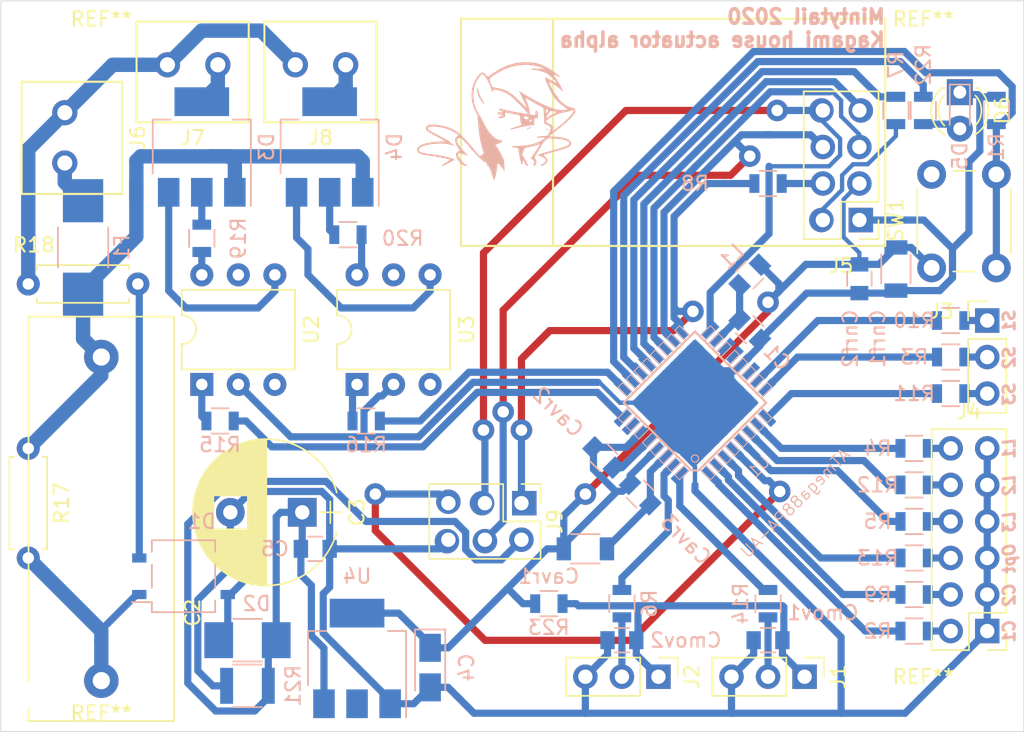
<source format=kicad_pcb>
(kicad_pcb (version 20171130) (host pcbnew "(5.1.2)-1")
  (layers (0 F.Cu signal) (31 B.Cu signal) (34 B.Paste user) (35 F.Paste user) (36 B.SilkS user) (37 F.SilkS user) (38 B.Mask user) (39 F.Mask user) (44 Edge.Cuts user))
  (net 0 "")
  (net 1 "Net-(C1-Pad2)")
  (net 2 /gnd)
  (net 3 "Net-(C2-Pad2)")
  (net 4 /220_L)
  (net 5 /3v3)
  (net 6 "Net-(D3-Pad3)")
  (net 7 /220_out_1)
  (net 8 /220_out_2)
  (net 9 "Net-(D4-Pad3)")
  (net 10 "Net-(F1-Pad2)")
  (net 11 /mov_output_1)
  (net 12 /mov_output_2)
  (net 13 /S1)
  (net 14 /S2)
  (net 15 /S3)
  (net 16 /L1)
  (net 17 /L2)
  (net 18 /L3)
  (net 19 /ch1)
  (net 20 /ch2)
  (net 21 /opt)
  (net 22 /nrf_irq)
  (net 23 /nrf_miso)
  (net 24 /nrf_cs)
  (net 25 /nrf_ce)
  (net 26 /220_N)
  (net 27 /adv_on)
  (net 28 "Net-(R2-Pad2)")
  (net 29 "Net-(R3-Pad2)")
  (net 30 "Net-(R4-Pad2)")
  (net 31 "Net-(R5-Pad2)")
  (net 32 "Net-(R6-Pad2)")
  (net 33 "Net-(R7-Pad2)")
  (net 34 "Net-(R9-Pad2)")
  (net 35 "Net-(R10-Pad2)")
  (net 36 "Net-(R11-Pad2)")
  (net 37 "Net-(R12-Pad2)")
  (net 38 "Net-(R13-Pad2)")
  (net 39 "Net-(R14-Pad2)")
  (net 40 "Net-(R15-Pad1)")
  (net 41 "Net-(R15-Pad2)")
  (net 42 "Net-(R16-Pad1)")
  (net 43 "Net-(R16-Pad2)")
  (net 44 "Net-(R19-Pad2)")
  (net 45 "Net-(R20-Pad2)")
  (net 46 "Net-(D1-Pad3)")
  (net 47 "Net-(U1-Pad19)")
  (net 48 "Net-(U1-Pad20)")
  (net 49 "Net-(U1-Pad22)")
  (net 50 "Net-(U2-Pad5)")
  (net 51 "Net-(U2-Pad3)")
  (net 52 "Net-(U3-Pad3)")
  (net 53 "Net-(U3-Pad5)")
  (net 54 "Net-(D1-Pad2)")
  (net 55 "Net-(D5-Pad2)")
  (net 56 "Net-(R22-Pad1)")
  (net 57 "Net-(U1-Pad7)")
  (net 58 /avr_sck)
  (net 59 /avr_mosi)
  (net 60 /avr_rst)
  (net 61 /avr_miso)
  (net 62 /5v1)
  (net 63 "Net-(Cmov1-Pad1)")
  (module Resistors_SMD:R_0805 (layer B.Cu) (at 154.94 113.03)
    (fp_text reference R23 (at 0 1.65) (layer B.SilkS) (effects (justify mirror)))
    (fp_text value 0)
    (pad 1 smd rect (at -0.95 0) (size 0.7 1.3) (layers B.Cu B.Paste B.Mask) (net 5 /3v3))
    (pad 2 smd rect (at 0.95 0) (size 0.7 1.3) (layers B.Cu B.Paste B.Mask) (net 63 "Net-(Cmov1-Pad1)"))
  )
  (module NRF:NRF24L01 (layer F.Cu) (at 176.53 86.36 180)
    (fp_text reference J5 (at 1.27 -3.175) (layer F.SilkS))
    (fp_text value NRF24L01)
    (pad 1 thru_hole rect (at 0 0 180) (size 1.7 1.7) (drill 1 (offset -0.1 0)) (layers *.Cu *.Mask) (net 2 /gnd))
    (pad 2 thru_hole oval (at 0 2.54 180) (size 1.7 1.7) (drill 1) (layers *.Cu *.Mask) (net 5 /3v3))
    (pad 3 thru_hole oval (at 0 5.08 180) (size 1.7 1.7) (drill 1) (layers *.Cu *.Mask) (net 25 /nrf_ce))
    (pad 4 thru_hole oval (at 0 7.62 180) (size 1.7 1.7) (drill 1 (offset -0.1 0)) (layers *.Cu *.Mask) (net 24 /nrf_cs))
    (pad 5 thru_hole oval (at 2.54 7.62 180) (size 1.7 1.7) (drill 1 (offset 0.1 0)) (layers *.Cu *.Mask) (net 58 /avr_sck))
    (pad 6 thru_hole oval (at 2.54 5.08 180) (size 1.7 1.7) (drill 1) (layers *.Cu *.Mask) (net 59 /avr_mosi))
    (pad 7 thru_hole oval (at 2.54 2.54 180) (size 1.7 1.7) (drill 1) (layers *.Cu *.Mask) (net 23 /nrf_miso))
    (pad 8 thru_hole oval (at 2.54 0 180) (size 1.7 1.7) (drill 1 (offset 0.1 0)) (layers *.Cu *.Mask) (net 22 /nrf_irq))
  )
  (module Mounting_Holes:MountingHole_2.2mm_M2 (layer F.Cu) (at 119.38 73.66)
    (fp_text reference REF** (at 4.445 -1.27) (layer F.SilkS))
    (fp_text value MountingHole_2.2mm_M2)
    (pad 1 np_thru_hole circle (at 0 0) (size 2.2 2.2) (drill 2.2) (layers *.Cu *.Mask))
  )
  (module Mounting_Holes:MountingHole_2.2mm_M2 (layer F.Cu) (at 119.38 119.38)
    (fp_text reference REF** (at 4.445 1.27) (layer F.SilkS))
    (fp_text value MountingHole_2.2mm_M2)
    (pad 1 np_thru_hole circle (at 0 0) (size 2.2 2.2) (drill 2.2) (layers *.Cu *.Mask))
  )
  (module Mounting_Holes:MountingHole_2.2mm_M2 (layer F.Cu) (at 185.42 119.38)
    (fp_text reference REF** (at -4.445 -1.27) (layer F.SilkS))
    (fp_text value MountingHole_2.2mm_M2)
    (pad 1 np_thru_hole circle (at 0 0) (size 2.2 2.2) (drill 2.2) (layers *.Cu *.Mask))
  )
  (module Mounting_Holes:MountingHole_2.2mm_M2 (layer F.Cu) (at 185.42 73.66)
    (fp_text reference REF** (at -4.445 -1.27) (layer F.SilkS))
    (fp_text value MountingHole_2.2mm_M2)
    (pad 1 np_thru_hole circle (at 0 0) (size 2.2 2.2) (drill 2.2) (layers *.Cu *.Mask))
  )
  (module "hw:RD keeper" (layer F.Cu) (at 151.13 79.375)
    (fp_text reference G*** hide)
    (fp_text value LOGO hide)
  )
  (module LEDs:LED_D3.0mm (layer F.Cu) (at 183.515 77.47 270)
    (fp_text reference D6 (at 1.27 -2.96 90) (layer F.SilkS))
    (fp_text value LED)
    (pad 1 thru_hole rect (at 0 0 270) (size 1.8 1.8) (drill 0.9) (layers *.Cu *.Mask) (net 2 /gnd))
    (pad 2 thru_hole circle (at 2.54 0 270) (size 1.8 1.8) (drill 0.9) (layers *.Cu *.Mask) (net 55 "Net-(D5-Pad2)"))
  )
  (module Buttons_Switches_ThroughHole:SW_PUSH_6mm_h4.3mm (layer F.Cu) (at 186.055 83.185 270)
    (fp_text reference SW1 (at 3.175 6.985 90) (layer F.SilkS))
    (fp_text value "advertisement mode")
    (pad 1 thru_hole circle (at 6.5 0) (size 2 2) (drill 1.1) (layers *.Cu *.Mask) (net 27 /adv_on))
    (pad 2 thru_hole circle (at 6.5 4.5) (size 2 2) (drill 1.1) (layers *.Cu *.Mask) (net 5 /3v3))
    (pad 1 thru_hole circle (at 0 0) (size 2 2) (drill 1.1) (layers *.Cu *.Mask) (net 27 /adv_on))
    (pad 2 thru_hole circle (at 0 4.5) (size 2 2) (drill 1.1) (layers *.Cu *.Mask) (net 5 /3v3))
  )
  (module Resistors_ThroughHole:R_Axial_DIN0207_L6.3mm_D2.5mm_P7.62mm_Horizontal (layer F.Cu) (at 118.745 102.235 270)
    (fp_text reference R17 (at 3.81 -2.31 90) (layer F.SilkS))
    (fp_text value 510k)
    (pad 1 thru_hole circle (at 0 0 270) (size 1.6 1.6) (drill 0.8) (layers *.Cu *.Mask) (net 4 /220_L))
    (pad 2 thru_hole oval (at 7.62 0 270) (size 1.6 1.6) (drill 0.8) (layers *.Cu *.Mask) (net 3 "Net-(C2-Pad2)"))
  )
  (module Capacitors_SMD:C_0805 (layer B.Cu) (at 138.7 109.22)
    (fp_text reference C5 (at -2.81 0) (layer B.SilkS) (effects (justify mirror)))
    (fp_text value 100n)
    (pad 1 smd rect (at -1 0) (size 1 1.25) (layers B.Cu B.Paste B.Mask) (net 62 /5v1))
    (pad 2 smd rect (at 1 0) (size 1 1.25) (layers B.Cu B.Paste B.Mask) (net 2 /gnd))
  )
  (module Resistors_ThroughHole:R_Axial_DIN0207_L6.3mm_D2.5mm_P7.62mm_Horizontal (layer F.Cu) (at 126.365 90.805 180)
    (fp_text reference R18 (at 7.234114 2.710148) (layer F.SilkS))
    (fp_text value 47)
    (pad 1 thru_hole circle (at 0 0 180) (size 1.6 1.6) (drill 0.8) (layers *.Cu *.Mask) (net 54 "Net-(D1-Pad2)"))
    (pad 2 thru_hole oval (at 7.62 0 180) (size 1.6 1.6) (drill 0.8) (layers *.Cu *.Mask) (net 26 /220_N))
  )
  (module Capacitors_SMD:C_0805 (layer B.Cu) (at 168.91 93.98 135)
    (fp_text reference C1 (at -2.694077 0 135) (layer B.SilkS) (effects (justify mirror)))
    (fp_text value 100n)
    (pad 2 smd rect (at 1 0 135) (size 1 1.25) (layers B.Cu B.Paste B.Mask) (net 1 "Net-(C1-Pad2)"))
    (pad 1 smd rect (at -1 0 135) (size 1 1.25) (layers B.Cu B.Paste B.Mask) (net 2 /gnd))
  )
  (module Capacitors_ThroughHole:C_Rect_L28.0mm_W10.0mm_P22.50mm_MKS4 (layer F.Cu) (at 123.825 95.885 270)
    (fp_text reference C2 (at 17.78 -6.35 90) (layer F.SilkS))
    (fp_text value 1uF)
    (pad 2 thru_hole circle (at 22.5 0 270) (size 2.4 2.4) (drill 1.2) (layers *.Cu *.Mask) (net 3 "Net-(C2-Pad2)"))
    (pad 1 thru_hole circle (at 0 0 270) (size 2.4 2.4) (drill 1.2) (layers *.Cu *.Mask) (net 4 /220_L))
  )
  (module Capacitors_ThroughHole:CP_Radial_D10.0mm_P5.00mm (layer F.Cu) (at 137.795 106.68 180)
    (fp_text reference C3 (at -3.81 0 90) (layer F.SilkS))
    (fp_text value 1000uF)
    (pad 2 thru_hole circle (at 5 0 180) (size 2 2) (drill 1) (layers *.Cu *.Mask) (net 2 /gnd))
    (pad 1 thru_hole rect (at 0 0 180) (size 2 2) (drill 1) (layers *.Cu *.Mask) (net 62 /5v1))
  )
  (module Capacitors_Tantalum_SMD:CP_Tantalum_Case-A_EIA-3216-18_Reflow (layer B.Cu) (at 146.685 117.475 270)
    (fp_text reference C4 (at 0 -2.54 90) (layer B.SilkS) (effects (justify mirror)))
    (fp_text value 22uf)
    (pad 2 smd rect (at 1.375 0 270) (size 1.95 1.5) (layers B.Cu B.Paste B.Mask) (net 2 /gnd))
    (pad 1 smd rect (at -1.375 0 270) (size 1.95 1.5) (layers B.Cu B.Paste B.Mask) (net 5 /3v3))
  )
  (module Capacitors_SMD:C_1206 (layer B.Cu) (at 157.48 109.22)
    (fp_text reference Cavr1 (at -2.54 1.905) (layer B.SilkS) (effects (justify mirror)))
    (fp_text value 1u)
    (pad 2 smd rect (at 1.5 0) (size 1 1.6) (layers B.Cu B.Paste B.Mask) (net 2 /gnd))
    (pad 1 smd rect (at -1.5 0) (size 1 1.6) (layers B.Cu B.Paste B.Mask) (net 5 /3v3))
  )
  (module Capacitors_SMD:C_0805 (layer B.Cu) (at 158.75 102.87 315)
    (fp_text reference Cavr2 (at -4.490128 0 135) (layer B.SilkS) (effects (justify mirror)))
    (fp_text value 100n)
    (pad 2 smd rect (at 1 0 315) (size 1 1.25) (layers B.Cu B.Paste B.Mask) (net 2 /gnd))
    (pad 1 smd rect (at -1 0 315) (size 1 1.25) (layers B.Cu B.Paste B.Mask) (net 5 /3v3))
  )
  (module Capacitors_SMD:C_0805 (layer B.Cu) (at 161.29 105.41 315)
    (fp_text reference Cavr3 (at 4.490128 0 135) (layer B.SilkS) (effects (justify mirror)))
    (fp_text value 100n)
    (pad 1 smd rect (at -1 0 315) (size 1 1.25) (layers B.Cu B.Paste B.Mask) (net 5 /3v3))
    (pad 2 smd rect (at 1 0 315) (size 1 1.25) (layers B.Cu B.Paste B.Mask) (net 2 /gnd))
  )
  (module Capacitors_SMD:C_0805 (layer B.Cu) (at 170.18 115.57 180)
    (fp_text reference Cmov1 (at -3.81 1.905) (layer B.SilkS) (effects (justify mirror)))
    (fp_text value 100n)
    (pad 2 smd rect (at 1 0 180) (size 1 1.25) (layers B.Cu B.Paste B.Mask) (net 2 /gnd))
    (pad 1 smd rect (at -1 0 180) (size 1 1.25) (layers B.Cu B.Paste B.Mask) (net 63 "Net-(Cmov1-Pad1)"))
  )
  (module Capacitors_SMD:C_0805 (layer B.Cu) (at 160.02 115.57 180)
    (fp_text reference Cmov2 (at -4.445 0) (layer B.SilkS) (effects (justify mirror)))
    (fp_text value 100n)
    (pad 1 smd rect (at -1 0 180) (size 1 1.25) (layers B.Cu B.Paste B.Mask) (net 63 "Net-(Cmov1-Pad1)"))
    (pad 2 smd rect (at 1 0 180) (size 1 1.25) (layers B.Cu B.Paste B.Mask) (net 2 /gnd))
  )
  (module Capacitors_SMD:C_1206 (layer B.Cu) (at 179.07 89.765 270)
    (fp_text reference Cnrf1 (at 4.85 1.27 90) (layer B.SilkS) (effects (justify mirror)))
    (fp_text value 1u)
    (pad 1 smd rect (at -1.5 0 270) (size 1 1.6) (layers B.Cu B.Paste B.Mask) (net 5 /3v3))
    (pad 2 smd rect (at 1.5 0 270) (size 1 1.6) (layers B.Cu B.Paste B.Mask) (net 2 /gnd))
  )
  (module Capacitors_SMD:C_0805 (layer B.Cu) (at 176.53 90.44 270)
    (fp_text reference Cnrf2 (at 4.175 0.635 90) (layer B.SilkS) (effects (justify mirror)))
    (fp_text value 100n)
    (pad 1 smd rect (at -1 0 270) (size 1 1.25) (layers B.Cu B.Paste B.Mask) (net 5 /3v3))
    (pad 2 smd rect (at 1 0 270) (size 1 1.25) (layers B.Cu B.Paste B.Mask) (net 2 /gnd))
  )
  (module Pin_Headers:Pin_Header_Straight_1x03_Pitch2.54mm (layer F.Cu) (at 172.72 118.11 270)
    (fp_text reference J1 (at 0 -2.33 90) (layer F.SilkS))
    (fp_text value "PIR sensor")
    (pad 3 thru_hole oval (at 0 5.08 270) (size 1.7 1.7) (drill 1) (layers *.Cu *.Mask) (net 2 /gnd))
    (pad 2 thru_hole oval (at 0 2.54 270) (size 1.7 1.7) (drill 1) (layers *.Cu *.Mask) (net 11 /mov_output_1))
    (pad 1 thru_hole rect (at 0 0 270) (size 1.7 1.7) (drill 1) (layers *.Cu *.Mask) (net 63 "Net-(Cmov1-Pad1)"))
  )
  (module Pin_Headers:Pin_Header_Straight_1x03_Pitch2.54mm (layer F.Cu) (at 162.56 118.11 270)
    (fp_text reference J2 (at 0 -2.33 90) (layer F.SilkS))
    (fp_text value "PIR sensor")
    (pad 3 thru_hole oval (at 0 5.08 270) (size 1.7 1.7) (drill 1) (layers *.Cu *.Mask) (net 2 /gnd))
    (pad 2 thru_hole oval (at 0 2.54 270) (size 1.7 1.7) (drill 1) (layers *.Cu *.Mask) (net 12 /mov_output_2))
    (pad 1 thru_hole rect (at 0 0 270) (size 1.7 1.7) (drill 1) (layers *.Cu *.Mask) (net 63 "Net-(Cmov1-Pad1)"))
  )
  (module Pin_Headers:Pin_Header_Straight_1x03_Pitch2.54mm (layer F.Cu) (at 185.42 93.345)
    (fp_text reference J3 (at -3.175 -0.635) (layer F.SilkS))
    (fp_text value "Control sensors")
    (pad 1 thru_hole rect (at 0 0) (size 1.7 1.7) (drill 1) (layers *.Cu *.Mask) (net 13 /S1))
    (pad 2 thru_hole oval (at 0 2.54) (size 1.7 1.7) (drill 1) (layers *.Cu *.Mask) (net 14 /S2))
    (pad 3 thru_hole oval (at 0 5.08) (size 1.7 1.7) (drill 1) (layers *.Cu *.Mask) (net 15 /S3))
  )
  (module EDGVC:15EDGVC-3.5_2 (layer F.Cu) (at 121.285 80.645 90)
    (fp_text reference J6 (at 0 5.08 90) (layer F.SilkS))
    (fp_text value 15EDGVC-3.5-02P)
    (pad 1 thru_hole circle (at -1.75 0 90) (size 1.75 1.75) (drill 1.05) (layers *.Cu *.Mask) (net 10 "Net-(F1-Pad2)"))
    (pad 2 thru_hole circle (at 1.75 0 90) (size 1.75 1.75) (drill 1.05) (layers *.Cu *.Mask) (net 26 /220_N))
  )
  (module EDGVC:15EDGVC-3.5_2 (layer F.Cu) (at 130.175 75.565)
    (fp_text reference J7 (at 0 5.08) (layer F.SilkS))
    (fp_text value 15EDGVC-3.5-02P)
    (pad 2 thru_hole circle (at 1.75 0) (size 1.75 1.75) (drill 1.05) (layers *.Cu *.Mask) (net 7 /220_out_1))
    (pad 1 thru_hole circle (at -1.75 0) (size 1.75 1.75) (drill 1.05) (layers *.Cu *.Mask) (net 26 /220_N))
  )
  (module EDGVC:15EDGVC-3.5_2 (layer F.Cu) (at 139.065 75.565)
    (fp_text reference J8 (at 0 5.08) (layer F.SilkS))
    (fp_text value 15EDGVC-3.5-02P)
    (pad 1 thru_hole circle (at -1.75 0) (size 1.75 1.75) (drill 1.05) (layers *.Cu *.Mask) (net 26 /220_N))
    (pad 2 thru_hole circle (at 1.75 0) (size 1.75 1.75) (drill 1.05) (layers *.Cu *.Mask) (net 8 /220_out_2))
  )
  (module Capacitors_SMD:C_0805 (layer B.Cu) (at 168.91 90.17 225)
    (fp_text reference L1 (at 0 1.796051 45) (layer B.SilkS) (effects (justify mirror)))
    (fp_text value 10uH)
    (pad 2 smd rect (at 1 0 225) (size 1 1.25) (layers B.Cu B.Paste B.Mask) (net 1 "Net-(C1-Pad2)"))
    (pad 1 smd rect (at -1 0 225) (size 1 1.25) (layers B.Cu B.Paste B.Mask) (net 5 /3v3))
  )
  (module Resistors_SMD:R_0805 (layer B.Cu) (at 186.055 78.74 90)
    (fp_text reference R1 (at -2.54 0 90) (layer B.SilkS) (effects (justify mirror)))
    (fp_text value 4k7)
    (pad 2 smd rect (at 0.95 0 90) (size 0.7 1.3) (layers B.Cu B.Paste B.Mask) (net 2 /gnd))
    (pad 1 smd rect (at -0.95 0 90) (size 0.7 1.3) (layers B.Cu B.Paste B.Mask) (net 27 /adv_on))
  )
  (module Resistors_SMD:R_0805 (layer B.Cu) (at 180.34 114.935 180)
    (fp_text reference R2 (at 2.54 0) (layer B.SilkS) (effects (justify mirror)))
    (fp_text value 150)
    (pad 2 smd rect (at 0.95 0 180) (size 0.7 1.3) (layers B.Cu B.Paste B.Mask) (net 28 "Net-(R2-Pad2)"))
    (pad 1 smd rect (at -0.95 0 180) (size 0.7 1.3) (layers B.Cu B.Paste B.Mask) (net 19 /ch1))
  )
  (module Resistors_SMD:R_0805 (layer B.Cu) (at 182.88 95.885 180)
    (fp_text reference R3 (at 2.54 0) (layer B.SilkS) (effects (justify mirror)))
    (fp_text value 150)
    (pad 2 smd rect (at 0.95 0 180) (size 0.7 1.3) (layers B.Cu B.Paste B.Mask) (net 29 "Net-(R3-Pad2)"))
    (pad 1 smd rect (at -0.95 0 180) (size 0.7 1.3) (layers B.Cu B.Paste B.Mask) (net 14 /S2))
  )
  (module Resistors_SMD:R_0805 (layer B.Cu) (at 180.34 102.235 180)
    (fp_text reference R4 (at 2.54 0) (layer B.SilkS) (effects (justify mirror)))
    (fp_text value 150)
    (pad 2 smd rect (at 0.95 0 180) (size 0.7 1.3) (layers B.Cu B.Paste B.Mask) (net 30 "Net-(R4-Pad2)"))
    (pad 1 smd rect (at -0.95 0 180) (size 0.7 1.3) (layers B.Cu B.Paste B.Mask) (net 16 /L1))
  )
  (module Resistors_SMD:R_0805 (layer B.Cu) (at 180.34 107.315 180)
    (fp_text reference R5 (at 2.54 0) (layer B.SilkS) (effects (justify mirror)))
    (fp_text value 150)
    (pad 2 smd rect (at 0.95 0 180) (size 0.7 1.3) (layers B.Cu B.Paste B.Mask) (net 31 "Net-(R5-Pad2)"))
    (pad 1 smd rect (at -0.95 0 180) (size 0.7 1.3) (layers B.Cu B.Paste B.Mask) (net 18 /L3))
  )
  (module Resistors_SMD:R_0805 (layer B.Cu) (at 160.02 113.03 90)
    (fp_text reference R6 (at 0 1.905 90) (layer B.SilkS) (effects (justify mirror)))
    (fp_text value 22)
    (pad 1 smd rect (at -0.95 0 90) (size 0.7 1.3) (layers B.Cu B.Paste B.Mask) (net 12 /mov_output_2))
    (pad 2 smd rect (at 0.95 0 90) (size 0.7 1.3) (layers B.Cu B.Paste B.Mask) (net 32 "Net-(R6-Pad2)"))
  )
  (module Resistors_SMD:R_0805 (layer B.Cu) (at 179.07 78.74 90)
    (fp_text reference R7 (at 3.175 0 90) (layer B.SilkS) (effects (justify mirror)))
    (fp_text value 22)
    (pad 2 smd rect (at 0.95 0 90) (size 0.7 1.3) (layers B.Cu B.Paste B.Mask) (net 33 "Net-(R7-Pad2)"))
    (pad 1 smd rect (at -0.95 0 90) (size 0.7 1.3) (layers B.Cu B.Paste B.Mask) (net 22 /nrf_irq))
  )
  (module Resistors_SMD:R_0805 (layer B.Cu) (at 170.18 83.82 180)
    (fp_text reference R8 (at 5.08 0) (layer B.SilkS) (effects (justify mirror)))
    (fp_text value 22)
    (pad 1 smd rect (at -0.95 0 180) (size 0.7 1.3) (layers B.Cu B.Paste B.Mask) (net 23 /nrf_miso))
    (pad 2 smd rect (at 0.95 0 180) (size 0.7 1.3) (layers B.Cu B.Paste B.Mask) (net 61 /avr_miso))
  )
  (module Resistors_SMD:R_0805 (layer B.Cu) (at 180.34 112.395 180)
    (fp_text reference R9 (at 2.54 0) (layer B.SilkS) (effects (justify mirror)))
    (fp_text value 150)
    (pad 1 smd rect (at -0.95 0 180) (size 0.7 1.3) (layers B.Cu B.Paste B.Mask) (net 20 /ch2))
    (pad 2 smd rect (at 0.95 0 180) (size 0.7 1.3) (layers B.Cu B.Paste B.Mask) (net 34 "Net-(R9-Pad2)"))
  )
  (module Resistors_SMD:R_0805 (layer B.Cu) (at 182.88 93.345 180)
    (fp_text reference R10 (at 2.54 0) (layer B.SilkS) (effects (justify mirror)))
    (fp_text value 150)
    (pad 1 smd rect (at -0.95 0 180) (size 0.7 1.3) (layers B.Cu B.Paste B.Mask) (net 13 /S1))
    (pad 2 smd rect (at 0.95 0 180) (size 0.7 1.3) (layers B.Cu B.Paste B.Mask) (net 35 "Net-(R10-Pad2)"))
  )
  (module Resistors_SMD:R_0805 (layer B.Cu) (at 182.88 98.425 180)
    (fp_text reference R11 (at 2.54 0) (layer B.SilkS) (effects (justify mirror)))
    (fp_text value 150)
    (pad 1 smd rect (at -0.95 0 180) (size 0.7 1.3) (layers B.Cu B.Paste B.Mask) (net 15 /S3))
    (pad 2 smd rect (at 0.95 0 180) (size 0.7 1.3) (layers B.Cu B.Paste B.Mask) (net 36 "Net-(R11-Pad2)"))
  )
  (module Resistors_SMD:R_0805 (layer B.Cu) (at 180.34 104.775 180)
    (fp_text reference R12 (at 2.54 0) (layer B.SilkS) (effects (justify mirror)))
    (fp_text value 150)
    (pad 1 smd rect (at -0.95 0 180) (size 0.7 1.3) (layers B.Cu B.Paste B.Mask) (net 17 /L2))
    (pad 2 smd rect (at 0.95 0 180) (size 0.7 1.3) (layers B.Cu B.Paste B.Mask) (net 37 "Net-(R12-Pad2)"))
  )
  (module Resistors_SMD:R_0805 (layer B.Cu) (at 180.34 109.855 180)
    (fp_text reference R13 (at 2.54 0) (layer B.SilkS) (effects (justify mirror)))
    (fp_text value 150)
    (pad 1 smd rect (at -0.95 0 180) (size 0.7 1.3) (layers B.Cu B.Paste B.Mask) (net 21 /opt))
    (pad 2 smd rect (at 0.95 0 180) (size 0.7 1.3) (layers B.Cu B.Paste B.Mask) (net 38 "Net-(R13-Pad2)"))
  )
  (module Resistors_SMD:R_0805 (layer B.Cu) (at 170.18 113.03 90)
    (fp_text reference R14 (at 0 -1.905 90) (layer B.SilkS) (effects (justify mirror)))
    (fp_text value 22)
    (pad 2 smd rect (at 0.95 0 90) (size 0.7 1.3) (layers B.Cu B.Paste B.Mask) (net 39 "Net-(R14-Pad2)"))
    (pad 1 smd rect (at -0.95 0 90) (size 0.7 1.3) (layers B.Cu B.Paste B.Mask) (net 11 /mov_output_1))
  )
  (module Resistors_SMD:R_0805 (layer B.Cu) (at 132.08 100.33)
    (fp_text reference R15 (at 0 1.65) (layer B.SilkS) (effects (justify mirror)))
    (fp_text value 210)
    (pad 1 smd rect (at -0.95 0) (size 0.7 1.3) (layers B.Cu B.Paste B.Mask) (net 40 "Net-(R15-Pad1)"))
    (pad 2 smd rect (at 0.95 0) (size 0.7 1.3) (layers B.Cu B.Paste B.Mask) (net 41 "Net-(R15-Pad2)"))
  )
  (module Resistors_SMD:R_0805 (layer B.Cu) (at 142.24 100.33)
    (fp_text reference R16 (at 0 1.65) (layer B.SilkS) (effects (justify mirror)))
    (fp_text value 210)
    (pad 1 smd rect (at -0.95 0) (size 0.7 1.3) (layers B.Cu B.Paste B.Mask) (net 42 "Net-(R16-Pad1)"))
    (pad 2 smd rect (at 0.95 0) (size 0.7 1.3) (layers B.Cu B.Paste B.Mask) (net 43 "Net-(R16-Pad2)"))
  )
  (module Resistors_SMD:R_0805 (layer B.Cu) (at 130.81 87.63 270)
    (fp_text reference R19 (at 0 -2.54 90) (layer B.SilkS) (effects (justify mirror)))
    (fp_text value 180)
    (pad 2 smd rect (at 0.95 0 270) (size 0.7 1.3) (layers B.Cu B.Paste B.Mask) (net 44 "Net-(R19-Pad2)"))
    (pad 1 smd rect (at -0.95 0 270) (size 0.7 1.3) (layers B.Cu B.Paste B.Mask) (net 7 /220_out_1))
  )
  (module Resistors_SMD:R_0805 (layer B.Cu) (at 140.97 87.376)
    (fp_text reference R20 (at 3.81 0.254) (layer B.SilkS) (effects (justify mirror)))
    (fp_text value 180)
    (pad 2 smd rect (at 0.95 0) (size 0.7 1.3) (layers B.Cu B.Paste B.Mask) (net 45 "Net-(R20-Pad2)"))
    (pad 1 smd rect (at -0.95 0) (size 0.7 1.3) (layers B.Cu B.Paste B.Mask) (net 8 /220_out_2))
  )
  (module atmega8:atmega8-TQFP32-08 (layer B.Cu) (at 165.1 99.06 45)
    (fp_text reference U1 (at 0 6.286179 45) (layer B.SilkS) (effects (font (size 0.8128 0.8128) (thickness 0.0889)) (justify mirror)))
    (fp_text value ATmega88PA-AU (at 0 9.878282 45) (layer B.SilkS) (effects (font (size 0.8128 0.8128) (thickness 0.0889)) (justify mirror)))
    (pad 1 smd rect (at -4.2926 2.79908 45) (size 1.27 0.5588) (layers B.Cu B.Paste B.Mask) (net 39 "Net-(R14-Pad2)"))
    (pad 2 smd rect (at -4.2926 1.99898 45) (size 1.27 0.5588) (layers B.Cu B.Paste B.Mask) (net 32 "Net-(R6-Pad2)"))
    (pad 3 smd rect (at -4.2926 1.19888 45) (size 1.27 0.5588) (layers B.Cu B.Paste B.Mask) (net 2 /gnd))
    (pad 4 smd rect (at -4.2926 0.39878 45) (size 1.27 0.5588) (layers B.Cu B.Paste B.Mask) (net 5 /3v3))
    (pad 5 smd rect (at -4.2926 -0.39878 45) (size 1.27 0.5588) (layers B.Cu B.Paste B.Mask) (net 2 /gnd))
    (pad 6 smd rect (at -4.2926 -1.19888 45) (size 1.27 0.5588) (layers B.Cu B.Paste B.Mask) (net 5 /3v3))
    (pad 7 smd rect (at -4.2926 -1.99898 45) (size 1.27 0.5588) (layers B.Cu B.Paste B.Mask) (net 57 "Net-(U1-Pad7)"))
    (pad 8 smd rect (at -4.2926 -2.79908 45) (size 1.27 0.5588) (layers B.Cu B.Paste B.Mask) (net 41 "Net-(R15-Pad2)"))
    (pad 9 smd rect (at -2.79908 -4.2926 45) (size 0.5588 1.27) (layers B.Cu B.Paste B.Mask) (net 43 "Net-(R16-Pad2)"))
    (pad 10 smd rect (at -1.99898 -4.2926 45) (size 0.5588 1.27) (layers B.Cu B.Paste B.Mask) (net 27 /adv_on))
    (pad 11 smd rect (at -1.19888 -4.2926 45) (size 0.5588 1.27) (layers B.Cu B.Paste B.Mask) (net 56 "Net-(R22-Pad1)"))
    (pad 12 smd rect (at -0.39878 -4.2926 45) (size 0.5588 1.27) (layers B.Cu B.Paste B.Mask) (net 33 "Net-(R7-Pad2)"))
    (pad 13 smd rect (at 0.39878 -4.2926 45) (size 0.5588 1.27) (layers B.Cu B.Paste B.Mask) (net 24 /nrf_cs))
    (pad 14 smd rect (at 1.19888 -4.2926 45) (size 0.5588 1.27) (layers B.Cu B.Paste B.Mask) (net 25 /nrf_ce))
    (pad 15 smd rect (at 1.99898 -4.2926 45) (size 0.5588 1.27) (layers B.Cu B.Paste B.Mask) (net 59 /avr_mosi))
    (pad 16 smd rect (at 2.79908 -4.2926 45) (size 0.5588 1.27) (layers B.Cu B.Paste B.Mask) (net 61 /avr_miso))
    (pad 17 smd rect (at 4.2926 -2.79908 45) (size 1.27 0.5588) (layers B.Cu B.Paste B.Mask) (net 58 /avr_sck))
    (pad 18 smd rect (at 4.2926 -1.99898 45) (size 1.27 0.5588) (layers B.Cu B.Paste B.Mask) (net 1 "Net-(C1-Pad2)"))
    (pad 19 smd rect (at 4.2926 -1.19888 45) (size 1.27 0.5588) (layers B.Cu B.Paste B.Mask) (net 47 "Net-(U1-Pad19)"))
    (pad 20 smd rect (at 4.2926 -0.39878 45) (size 1.27 0.5588) (layers B.Cu B.Paste B.Mask) (net 48 "Net-(U1-Pad20)"))
    (pad 21 smd rect (at 4.2926 0.39878 45) (size 1.27 0.5588) (layers B.Cu B.Paste B.Mask) (net 2 /gnd))
    (pad 22 smd rect (at 4.2926 1.19888 45) (size 1.27 0.5588) (layers B.Cu B.Paste B.Mask) (net 49 "Net-(U1-Pad22)"))
    (pad 23 smd rect (at 4.2926 1.99898 45) (size 1.27 0.5588) (layers B.Cu B.Paste B.Mask) (net 35 "Net-(R10-Pad2)"))
    (pad 24 smd rect (at 4.2926 2.79908 45) (size 1.27 0.5588) (layers B.Cu B.Paste B.Mask) (net 29 "Net-(R3-Pad2)"))
    (pad 25 smd rect (at 2.79908 4.2926 45) (size 0.5588 1.27) (layers B.Cu B.Paste B.Mask) (net 36 "Net-(R11-Pad2)"))
    (pad 26 smd rect (at 1.99898 4.2926 45) (size 0.5588 1.27) (layers B.Cu B.Paste B.Mask) (net 30 "Net-(R4-Pad2)"))
    (pad 27 smd rect (at 1.19888 4.2926 45) (size 0.5588 1.27) (layers B.Cu B.Paste B.Mask) (net 37 "Net-(R12-Pad2)"))
    (pad 28 smd rect (at 0.39878 4.2926 45) (size 0.5588 1.27) (layers B.Cu B.Paste B.Mask) (net 31 "Net-(R5-Pad2)"))
    (pad 29 smd rect (at -0.39878 4.2926 45) (size 0.5588 1.27) (layers B.Cu B.Paste B.Mask) (net 60 /avr_rst))
    (pad 30 smd rect (at -1.19888 4.2926 45) (size 0.5588 1.27) (layers B.Cu B.Paste B.Mask) (net 38 "Net-(R13-Pad2)"))
    (pad 31 smd rect (at -1.99898 4.2926 45) (size 0.5588 1.27) (layers B.Cu B.Paste B.Mask) (net 34 "Net-(R9-Pad2)"))
    (pad 32 smd rect (at -2.79908 4.2926 45) (size 0.5588 1.27) (layers B.Cu B.Paste B.Mask) (net 28 "Net-(R2-Pad2)"))
  )
  (module Housings_DIP:DIP-6_W7.62mm (layer F.Cu) (at 130.81 97.79 90)
    (fp_text reference U2 (at 3.81 7.62 90) (layer F.SilkS))
    (fp_text value MOC3043M)
    (pad 1 thru_hole rect (at 0 0 90) (size 1.6 1.6) (drill 0.8) (layers *.Cu *.Mask) (net 40 "Net-(R15-Pad1)"))
    (pad 4 thru_hole oval (at 7.62 5.08 90) (size 1.6 1.6) (drill 0.8) (layers *.Cu *.Mask) (net 6 "Net-(D3-Pad3)"))
    (pad 2 thru_hole oval (at 0 2.54 90) (size 1.6 1.6) (drill 0.8) (layers *.Cu *.Mask) (net 2 /gnd))
    (pad 5 thru_hole oval (at 7.62 2.54 90) (size 1.6 1.6) (drill 0.8) (layers *.Cu *.Mask) (net 50 "Net-(U2-Pad5)"))
    (pad 3 thru_hole oval (at 0 5.08 90) (size 1.6 1.6) (drill 0.8) (layers *.Cu *.Mask) (net 51 "Net-(U2-Pad3)"))
    (pad 6 thru_hole oval (at 7.62 0 90) (size 1.6 1.6) (drill 0.8) (layers *.Cu *.Mask) (net 44 "Net-(R19-Pad2)"))
  )
  (module Housings_DIP:DIP-6_W7.62mm (layer F.Cu) (at 141.605 97.79 90)
    (fp_text reference U3 (at 3.81 7.62 90) (layer F.SilkS))
    (fp_text value MOC3043M)
    (pad 6 thru_hole oval (at 7.62 0 90) (size 1.6 1.6) (drill 0.8) (layers *.Cu *.Mask) (net 45 "Net-(R20-Pad2)"))
    (pad 3 thru_hole oval (at 0 5.08 90) (size 1.6 1.6) (drill 0.8) (layers *.Cu *.Mask) (net 52 "Net-(U3-Pad3)"))
    (pad 5 thru_hole oval (at 7.62 2.54 90) (size 1.6 1.6) (drill 0.8) (layers *.Cu *.Mask) (net 53 "Net-(U3-Pad5)"))
    (pad 2 thru_hole oval (at 0 2.54 90) (size 1.6 1.6) (drill 0.8) (layers *.Cu *.Mask) (net 2 /gnd))
    (pad 4 thru_hole oval (at 7.62 5.08 90) (size 1.6 1.6) (drill 0.8) (layers *.Cu *.Mask) (net 9 "Net-(D4-Pad3)"))
    (pad 1 thru_hole rect (at 0 0 90) (size 1.6 1.6) (drill 0.8) (layers *.Cu *.Mask) (net 42 "Net-(R16-Pad1)"))
  )
  (module TO_SOT_Packages_SMD:SOT-223-3_TabPin2 (layer B.Cu) (at 141.605 116.84 90)
    (fp_text reference U4 (at 5.715 0 180) (layer B.SilkS) (effects (justify mirror)))
    (fp_text value AMS1117-3.3)
    (pad 1 smd rect (at -3.15 2.3 90) (size 2 1.5) (layers B.Cu B.Paste B.Mask) (net 2 /gnd))
    (pad 3 smd rect (at -3.15 -2.3 90) (size 2 1.5) (layers B.Cu B.Paste B.Mask) (net 62 /5v1))
    (pad 2 smd rect (at -3.15 0 90) (size 2 1.5) (layers B.Cu B.Paste B.Mask) (net 5 /3v3))
    (pad 2 smd rect (at 3.15 0 90) (size 2 3.8) (layers B.Cu B.Paste B.Mask) (net 5 /3v3))
  )
  (module TO_SOT_Packages_SMD:SOT-223 (layer B.Cu) (at 130.81 81.28 90)
    (fp_text reference D3 (at 0 4.5 90) (layer B.SilkS) (effects (justify mirror)))
    (fp_text value Z0107MN)
    (pad 1 smd rect (at -3.15 2.3 90) (size 2 1.5) (layers B.Cu B.Paste B.Mask) (net 4 /220_L))
    (pad 3 smd rect (at -3.15 -2.3 90) (size 2 1.5) (layers B.Cu B.Paste B.Mask) (net 6 "Net-(D3-Pad3)"))
    (pad 2 smd rect (at -3.15 0 90) (size 2 1.5) (layers B.Cu B.Paste B.Mask) (net 7 /220_out_1))
    (pad 4 smd rect (at 3.15 0 90) (size 2 3.8) (layers B.Cu B.Paste B.Mask) (net 7 /220_out_1))
  )
  (module TO_SOT_Packages_SMD:SOT-223 (layer B.Cu) (at 139.7 81.28 90)
    (fp_text reference D4 (at 0 4.5 90) (layer B.SilkS) (effects (justify mirror)))
    (fp_text value Z0107MN)
    (pad 4 smd rect (at 3.15 0 90) (size 2 3.8) (layers B.Cu B.Paste B.Mask) (net 8 /220_out_2))
    (pad 2 smd rect (at -3.15 0 90) (size 2 1.5) (layers B.Cu B.Paste B.Mask) (net 8 /220_out_2))
    (pad 3 smd rect (at -3.15 -2.3 90) (size 2 1.5) (layers B.Cu B.Paste B.Mask) (net 9 "Net-(D4-Pad3)"))
    (pad 1 smd rect (at -3.15 2.3 90) (size 2 1.5) (layers B.Cu B.Paste B.Mask) (net 4 /220_L))
  )
  (module Diodes_SMD:Diode_Bridge_TO-269AA (layer B.Cu) (at 129.54 111.125)
    (fp_text reference D1 (at 1.27 -3.81) (layer B.SilkS) (effects (justify mirror)))
    (fp_text value MB6S)
    (pad 4 smd rect (at 3.075 1.27) (size 1 0.64) (layers B.Cu B.Paste B.Mask) (net 2 /gnd))
    (pad 3 smd rect (at 3.075 -1.27) (size 1 0.64) (layers B.Cu B.Paste B.Mask) (net 46 "Net-(D1-Pad3)"))
    (pad 2 smd rect (at -3.075 -1.27) (size 1 0.64) (layers B.Cu B.Paste B.Mask) (net 54 "Net-(D1-Pad2)"))
    (pad 1 smd rect (at -3.075 1.27) (size 1 0.64) (layers B.Cu B.Paste B.Mask) (net 3 "Net-(C2-Pad2)"))
  )
  (module Pin_Headers:Pin_Header_Straight_2x06_Pitch2.54mm (layer F.Cu) (at 185.42 114.935 180)
    (fp_text reference J4 (at 1.27 15.24) (layer F.SilkS))
    (fp_text value LEDs)
    (pad 12 thru_hole oval (at 2.54 12.7 180) (size 1.7 1.7) (drill 1) (layers *.Cu *.Mask) (net 16 /L1))
    (pad 11 thru_hole oval (at 0 12.7 180) (size 1.7 1.7) (drill 1) (layers *.Cu *.Mask) (net 2 /gnd))
    (pad 10 thru_hole oval (at 2.54 10.16 180) (size 1.7 1.7) (drill 1) (layers *.Cu *.Mask) (net 17 /L2))
    (pad 9 thru_hole oval (at 0 10.16 180) (size 1.7 1.7) (drill 1) (layers *.Cu *.Mask) (net 2 /gnd))
    (pad 8 thru_hole oval (at 2.54 7.62 180) (size 1.7 1.7) (drill 1) (layers *.Cu *.Mask) (net 18 /L3))
    (pad 7 thru_hole oval (at 0 7.62 180) (size 1.7 1.7) (drill 1) (layers *.Cu *.Mask) (net 2 /gnd))
    (pad 6 thru_hole oval (at 2.54 5.08 180) (size 1.7 1.7) (drill 1) (layers *.Cu *.Mask) (net 21 /opt))
    (pad 5 thru_hole oval (at 0 5.08 180) (size 1.7 1.7) (drill 1) (layers *.Cu *.Mask) (net 2 /gnd))
    (pad 4 thru_hole oval (at 2.54 2.54 180) (size 1.7 1.7) (drill 1) (layers *.Cu *.Mask) (net 20 /ch2))
    (pad 3 thru_hole oval (at 0 2.54 180) (size 1.7 1.7) (drill 1) (layers *.Cu *.Mask) (net 2 /gnd))
    (pad 2 thru_hole oval (at 2.54 0 180) (size 1.7 1.7) (drill 1) (layers *.Cu *.Mask) (net 19 /ch1))
    (pad 1 thru_hole rect (at 0 0 180) (size 1.7 1.7) (drill 1) (layers *.Cu *.Mask) (net 2 /gnd))
  )
  (module LEDs:LED_0805 (layer B.Cu) (at 183.515 78.74 270)
    (fp_text reference D5 (at 3.175 0 90) (layer B.SilkS) (effects (justify mirror)))
    (fp_text value LED)
    (pad 1 smd rect (at -1.1 0 90) (size 1.2 1.2) (layers B.Cu B.Paste B.Mask) (net 2 /gnd))
    (pad 2 smd rect (at 1.1 0 90) (size 1.2 1.2) (layers B.Cu B.Paste B.Mask) (net 55 "Net-(D5-Pad2)"))
  )
  (module Resistors_SMD:R_0805 (layer B.Cu) (at 180.975 78.74 270)
    (fp_text reference R22 (at -3.175 0 90) (layer B.SilkS) (effects (justify mirror)))
    (fp_text value 150)
    (pad 2 smd rect (at 0.95 0 270) (size 0.7 1.3) (layers B.Cu B.Paste B.Mask) (net 55 "Net-(D5-Pad2)"))
    (pad 1 smd rect (at -0.95 0 270) (size 0.7 1.3) (layers B.Cu B.Paste B.Mask) (net 56 "Net-(R22-Pad1)"))
  )
  (module Capacitors_SMD:C_1210_HandSoldering (layer B.Cu) (at 133.985 115.57 180)
    (fp_text reference D2 (at -0.635 2.54) (layer B.SilkS) (effects (justify mirror)))
    (fp_text value 1SMA5918BT3G)
    (pad 2 smd rect (at 2 0 180) (size 2 2.5) (layers B.Cu B.Paste B.Mask) (net 2 /gnd))
    (pad 1 smd rect (at -2 0 180) (size 2 2.5) (layers B.Cu B.Paste B.Mask) (net 62 /5v1))
  )
  (module Pin_Headers:Pin_Header_Straight_2x03_Pitch2.54mm (layer F.Cu) (at 153.035 106.045 270)
    (fp_text reference J9 (at 1.27 -2.33 90) (layer F.SilkS))
    (fp_text value AVR-ISP-6)
    (pad 6 thru_hole oval (at 2.54 5.08 270) (size 1.7 1.7) (drill 1 (offset 0.1 0.1)) (layers *.Cu *.Mask) (net 2 /gnd))
    (pad 5 thru_hole oval (at 0 5.08 270) (size 1.7 1.7) (drill 1 (offset -0.1 0)) (layers *.Cu *.Mask) (net 60 /avr_rst))
    (pad 4 thru_hole oval (at 2.54 2.54 270) (size 1.7 1.7) (drill 1 (offset 0.1 0)) (layers *.Cu *.Mask) (net 59 /avr_mosi))
    (pad 3 thru_hole oval (at 0 2.54 270) (size 1.7 1.7) (drill 1 (offset 0 0.2)) (layers *.Cu *.Mask) (net 58 /avr_sck))
    (pad 2 thru_hole oval (at 2.54 0 270) (size 1.7 1.7) (drill 1) (layers *.Cu *.Mask) (net 62 /5v1))
    (pad 1 thru_hole rect (at 0 0 270) (size 1.7 1.7) (drill 1 (offset 0 -0.2)) (layers *.Cu *.Mask) (net 61 /avr_miso))
  )
  (module Resistors_SMD:R_1210 (layer B.Cu) (at 133.985 118.745 180)
    (fp_text reference R21 (at -3.175 0 90) (layer B.SilkS) (effects (justify mirror)))
    (fp_text value 100)
    (pad 2 smd rect (at 1.45 0 180) (size 0.9 2.5) (layers B.Cu B.Paste B.Mask) (net 46 "Net-(D1-Pad3)"))
    (pad 1 smd rect (at -1.45 0 180) (size 0.9 2.5) (layers B.Cu B.Paste B.Mask) (net 62 /5v1))
  )
  (module Fuse_Holders_and_Fuses:Fuse_SMD_Schurter_OMT125 (layer B.Cu) (at 122.555 88.265 90)
    (fp_text reference F1 (at 0 2.7 90) (layer B.SilkS) (effects (justify mirror)))
    (fp_text value 3A)
    (pad 2 smd rect (at 3.25 0 90) (size 3 2.8) (layers B.Cu B.Paste B.Mask) (net 10 "Net-(F1-Pad2)"))
    (pad 1 smd rect (at -3.25 0 90) (size 3 2.8) (layers B.Cu B.Paste B.Mask) (net 4 /220_L))
  )
  (gr_text S1 (at 186.944 93.345 90) (layer B.SilkS) (effects (font (size 0.8 0.8) (thickness 0.2) italic) (justify mirror)))
  (gr_text S2 (at 186.944 95.885 90) (layer B.SilkS) (effects (font (size 0.8 0.8) (thickness 0.2) italic) (justify mirror)))
  (gr_text S3 (at 186.944 98.425 90) (layer B.SilkS) (effects (font (size 0.8 0.8) (thickness 0.2) italic) (justify mirror)))
  (gr_text L1 (at 186.944 102.235 90) (layer B.SilkS) (effects (font (size 0.8 0.8) (thickness 0.2) italic) (justify mirror)))
  (gr_text L2 (at 186.944 104.775 90) (layer B.SilkS) (effects (font (size 0.8 0.8) (thickness 0.2) italic) (justify mirror)))
  (gr_text L3 (at 186.944 107.315 90) (layer B.SilkS) (effects (font (size 0.8 0.8) (thickness 0.2) italic) (justify mirror)))
  (gr_text Opt (at 186.944 109.855 90) (layer B.SilkS) (effects (font (size 0.8 0.8) (thickness 0.2) italic) (justify mirror)))
  (gr_text C2 (at 186.944 112.395 90) (layer B.SilkS) (effects (font (size 0.8 0.8) (thickness 0.2) italic) (justify mirror)))
  (gr_text C1 (at 186.944 114.935 90) (layer B.SilkS) (effects (font (size 0.8 0.8) (thickness 0.2) italic) (justify mirror)))
  (gr_text "Mintytail 2020\nKagami house actuator alpha" (at 178.435 73.025) (layer B.SilkS) (effects (font (size 1 1) (thickness 0.25)) (justify left mirror)))
  (gr_line (start 116.84 121.92) (end 116.84 71.12) (layer Edge.Cuts) (width 0.05))
  (gr_line (start 187.96 121.92) (end 116.84 121.92) (layer Edge.Cuts) (width 0.05))
  (gr_line (start 187.96 71.12) (end 187.96 121.92) (layer Edge.Cuts) (width 0.05))
  (gr_line (start 116.84 71.12) (end 187.96 71.12) (layer Edge.Cuts) (width 0.05))
  (segment (start 168.060122 93.272893) (end 168.202893 93.272893) (width 0.5) (layer B.Cu) (net 1))
  (segment (start 166.721834 94.611181) (end 168.060122 93.272893) (width 0.5) (layer B.Cu) (net 1))
  (segment (start 168.202893 90.877107) (end 168.202893 93.272893) (width 0.5) (layer B.Cu) (net 1))
  (segment (start 161.29 99.06) (end 159.877889 99.06) (width 0.3) (layer B.Cu) (net 2))
  (segment (start 159.877889 99.06) (end 158.361444 97.543555) (width 0.3) (layer B.Cu) (net 2))
  (segment (start 185.42 114.935) (end 185.42 112.395) (width 0.5) (layer B.Cu) (net 2))
  (segment (start 185.42 109.855) (end 185.42 112.395) (width 0.5) (layer B.Cu) (net 2))
  (segment (start 185.42 109.855) (end 185.42 107.315) (width 0.5) (layer B.Cu) (net 2))
  (segment (start 185.42 107.315) (end 185.42 102.235) (width 0.5) (layer B.Cu) (net 2))
  (segment (start 167.897585 96.826375) (end 168.417307 96.306653) (width 0.5) (layer B.Cu) (net 2))
  (segment (start 167.884679 96.839281) (end 167.897585 96.826375) (width 0.5) (layer B.Cu) (net 2))
  (segment (start 166.756759 96.839281) (end 167.884679 96.839281) (width 0.5) (layer B.Cu) (net 2))
  (segment (start 162.784501 101.280719) (end 162.315321 101.280719) (width 0.5) (layer B.Cu) (net 2))
  (segment (start 163.443242 101.93946) (end 162.784501 101.280719) (width 0.5) (layer B.Cu) (net 2))
  (segment (start 163.443242 102.412231) (end 163.443242 101.93946) (width 0.5) (layer B.Cu) (net 2))
  (segment (start 162.315321 101.280719) (end 162.27802 101.31802) (width 0.5) (layer B.Cu) (net 2))
  (segment (start 162.91241 102.943063) (end 163.443242 102.412231) (width 0.5) (layer B.Cu) (net 2))
  (segment (start 161.782693 101.813347) (end 162.27802 101.31802) (width 0.5) (layer B.Cu) (net 2))
  (segment (start 162.27802 101.31802) (end 166.756759 96.839281) (width 0.5) (layer B.Cu) (net 2))
  (segment (start 160.018933 103.577107) (end 161.782693 101.813347) (width 0.5) (layer B.Cu) (net 2))
  (segment (start 159.457107 103.577107) (end 160.018933 103.577107) (width 0.5) (layer B.Cu) (net 2))
  (segment (start 161.997107 103.858366) (end 162.91241 102.943063) (width 0.5) (layer B.Cu) (net 2))
  (segment (start 161.997107 106.117107) (end 161.997107 103.858366) (width 0.5) (layer B.Cu) (net 2))
  (segment (start 158.98 109.134214) (end 161.997107 106.117107) (width 0.5) (layer B.Cu) (net 2))
  (segment (start 158.98 109.22) (end 158.98 109.134214) (width 0.5) (layer B.Cu) (net 2))
  (segment (start 157.48 118.11) (end 157.48 120.65) (width 0.5) (layer B.Cu) (net 2))
  (segment (start 167.64 118.11) (end 167.64 120.65) (width 0.5) (layer B.Cu) (net 2))
  (segment (start 169.18 116.57) (end 167.64 118.11) (width 0.5) (layer B.Cu) (net 2))
  (segment (start 169.18 115.57) (end 169.18 116.57) (width 0.5) (layer B.Cu) (net 2))
  (segment (start 159.02 116.57) (end 157.48 118.11) (width 0.5) (layer B.Cu) (net 2))
  (segment (start 159.02 115.57) (end 159.02 116.57) (width 0.5) (layer B.Cu) (net 2))
  (segment (start 169.617107 95.106853) (end 169.617107 94.687107) (width 0.5) (layer B.Cu) (net 2))
  (segment (start 168.417307 96.306653) (end 169.617107 95.106853) (width 0.5) (layer B.Cu) (net 2))
  (segment (start 183.515 77.64) (end 184.615 77.64) (width 0.5) (layer B.Cu) (net 2))
  (segment (start 184.755 77.64) (end 184.615 77.64) (width 0.5) (layer B.Cu) (net 2))
  (segment (start 184.905 77.79) (end 184.755 77.64) (width 0.5) (layer B.Cu) (net 2))
  (segment (start 186.055 77.79) (end 184.905 77.79) (width 0.5) (layer B.Cu) (net 2))
  (segment (start 132.615 114.94) (end 131.35 116.205) (width 0.5) (layer B.Cu) (net 2))
  (segment (start 139.7 108.095) (end 139.7 109.22) (width 0.5) (layer B.Cu) (net 2))
  (segment (start 139.7 105.774998) (end 139.7 108.095) (width 0.5) (layer B.Cu) (net 2))
  (segment (start 139.155001 105.229999) (end 139.7 105.774998) (width 0.5) (layer B.Cu) (net 2))
  (segment (start 134.245001 105.229999) (end 139.155001 105.229999) (width 0.5) (layer B.Cu) (net 2))
  (segment (start 132.795 106.68) (end 134.245001 105.229999) (width 0.5) (layer B.Cu) (net 2))
  (segment (start 143.905 119.74) (end 143.905 119.99) (width 0.5) (layer B.Cu) (net 2))
  (segment (start 139.254999 115.089999) (end 143.905 119.74) (width 0.5) (layer B.Cu) (net 2))
  (segment (start 139.254999 112.329999) (end 139.254999 115.089999) (width 0.5) (layer B.Cu) (net 2))
  (segment (start 139.7 111.884998) (end 139.254999 112.329999) (width 0.5) (layer B.Cu) (net 2))
  (segment (start 139.7 109.22) (end 139.7 111.884998) (width 0.5) (layer B.Cu) (net 2))
  (segment (start 145.545 119.99) (end 146.685 118.85) (width 0.5) (layer B.Cu) (net 2))
  (segment (start 143.905 119.99) (end 145.545 119.99) (width 0.5) (layer B.Cu) (net 2))
  (segment (start 149.735 120.65) (end 157.48 120.65) (width 0.5) (layer B.Cu) (net 2))
  (segment (start 147.935 118.85) (end 149.735 120.65) (width 0.5) (layer B.Cu) (net 2))
  (segment (start 146.685 118.85) (end 147.935 118.85) (width 0.5) (layer B.Cu) (net 2))
  (segment (start 157.48 120.65) (end 167.64 120.65) (width 0.5) (layer B.Cu) (net 2))
  (segment (start 184.07 116.285) (end 179.705 120.65) (width 0.5) (layer B.Cu) (net 2))
  (segment (start 184.07 116.285) (end 185.42 114.935) (width 0.5) (layer B.Cu) (net 2))
  (segment (start 172.864214 91.44) (end 176.53 91.44) (width 0.5) (layer B.Cu) (net 2))
  (segment (start 169.617107 94.687107) (end 172.864214 91.44) (width 0.5) (layer B.Cu) (net 2))
  (segment (start 178.895 91.44) (end 179.07 91.265) (width 0.5) (layer B.Cu) (net 2))
  (segment (start 176.53 91.44) (end 178.895 91.44) (width 0.5) (layer B.Cu) (net 2))
  (segment (start 181.011002 86.36) (end 176.53 86.36) (width 0.5) (layer B.Cu) (net 2))
  (segment (start 183.005001 88.353999) (end 181.011002 86.36) (width 0.5) (layer B.Cu) (net 2))
  (segment (start 184.905 81.553998) (end 184.15 82.308998) (width 0.5) (layer B.Cu) (net 2))
  (segment (start 184.905 77.79) (end 184.905 81.553998) (width 0.5) (layer B.Cu) (net 2))
  (segment (start 184.15 87.209) (end 183.005001 88.353999) (width 0.5) (layer B.Cu) (net 2))
  (segment (start 184.15 82.308998) (end 184.15 87.209) (width 0.5) (layer B.Cu) (net 2))
  (segment (start 147.32 109.22) (end 147.955 108.585) (width 0.5) (layer B.Cu) (net 2))
  (segment (start 139.7 109.22) (end 147.32 109.22) (width 0.5) (layer B.Cu) (net 2))
  (segment (start 163.916013 102.412231) (end 163.443242 101.93946) (width 0.3) (layer B.Cu) (net 2))
  (segment (start 164.007231 102.412231) (end 163.916013 102.412231) (width 0.3) (layer B.Cu) (net 2))
  (segment (start 165.1 103.505) (end 164.007231 102.412231) (width 0.3) (layer B.Cu) (net 2))
  (segment (start 165.1 105.189998) (end 165.1 104.775) (width 0.5) (layer B.Cu) (net 2))
  (segment (start 175.26 115.349998) (end 165.1 105.189998) (width 0.5) (layer B.Cu) (net 2))
  (segment (start 175.26 120.65) (end 175.26 115.349998) (width 0.5) (layer B.Cu) (net 2))
  (segment (start 179.705 120.65) (end 175.26 120.65) (width 0.5) (layer B.Cu) (net 2))
  (segment (start 175.26 120.65) (end 167.64 120.65) (width 0.5) (layer B.Cu) (net 2))
  (segment (start 165.1 104.775) (end 165.1 103.505) (width 0.3) (layer B.Cu) (net 2))
  (segment (start 132.795 112.395) (end 132.615 112.395) (width 0.5) (layer B.Cu) (net 2))
  (segment (start 133.615 111.575) (end 132.795 112.395) (width 0.5) (layer B.Cu) (net 2))
  (segment (start 133.615 108.914213) (end 133.615 111.575) (width 0.5) (layer B.Cu) (net 2))
  (segment (start 132.795 108.094213) (end 133.615 108.914213) (width 0.5) (layer B.Cu) (net 2))
  (segment (start 132.795 106.68) (end 132.795 108.094213) (width 0.5) (layer B.Cu) (net 2))
  (segment (start 132.615 114.94) (end 131.985 115.57) (width 0.5) (layer B.Cu) (net 2))
  (segment (start 132.615 112.395) (end 132.615 114.94) (width 0.5) (layer B.Cu) (net 2))
  (segment (start 183.005001 90.381001) (end 183.005001 88.353999) (width 0.5) (layer B.Cu) (net 2))
  (segment (start 182.121002 91.265) (end 183.005001 90.381001) (width 0.5) (layer B.Cu) (net 2))
  (segment (start 179.07 91.265) (end 182.121002 91.265) (width 0.5) (layer B.Cu) (net 2))
  (segment (start 149.671408 97.643556) (end 158.361444 97.643556) (width 0.5) (layer B.Cu) (net 2))
  (segment (start 145.884963 101.430001) (end 149.671408 97.643556) (width 0.5) (layer B.Cu) (net 2))
  (segment (start 142.090001 101.410001) (end 142.070001 101.430001) (width 0.5) (layer B.Cu) (net 2))
  (segment (start 142.090001 99.619997) (end 142.090001 101.410001) (width 0.5) (layer B.Cu) (net 2))
  (segment (start 143.119999 98.589999) (end 142.090001 99.619997) (width 0.5) (layer B.Cu) (net 2))
  (segment (start 143.345001 98.589999) (end 143.119999 98.589999) (width 0.5) (layer B.Cu) (net 2))
  (segment (start 144.145 97.79) (end 143.345001 98.589999) (width 0.5) (layer B.Cu) (net 2))
  (segment (start 142.070001 101.430001) (end 145.884963 101.430001) (width 0.5) (layer B.Cu) (net 2))
  (segment (start 136.990001 101.430001) (end 142.070001 101.430001) (width 0.5) (layer B.Cu) (net 2))
  (segment (start 133.35 97.79) (end 136.990001 101.430001) (width 0.5) (layer B.Cu) (net 2))
  (segment (start 123.825 118.385) (end 123.825 115.67) (width 1) (layer B.Cu) (net 3))
  (segment (start 123.825 114.935) (end 118.745 109.855) (width 1) (layer B.Cu) (net 3))
  (segment (start 123.825 115.67) (end 123.825 114.935) (width 1) (layer B.Cu) (net 3))
  (segment (start 123.825 114.855) (end 123.825 114.935) (width 0.5) (layer B.Cu) (net 3))
  (segment (start 126.285 112.395) (end 123.825 114.855) (width 0.5) (layer B.Cu) (net 3))
  (segment (start 126.465 112.395) (end 126.285 112.395) (width 0.5) (layer B.Cu) (net 3))
  (segment (start 133.11 84.43) (end 133.11 82.31) (width 1) (layer B.Cu) (net 4))
  (segment (start 126.559999 81.929999) (end 126.259999 82.229999) (width 1) (layer B.Cu) (net 4))
  (segment (start 133.11 82.31) (end 133.11 82.279998) (width 1) (layer B.Cu) (net 4))
  (segment (start 133.11 82.279998) (end 132.760001 81.929999) (width 1) (layer B.Cu) (net 4))
  (segment (start 142 82.43) (end 142 84.43) (width 1) (layer B.Cu) (net 4))
  (segment (start 142 82.279998) (end 142 82.43) (width 1) (layer B.Cu) (net 4))
  (segment (start 141.650001 81.929999) (end 142 82.279998) (width 1) (layer B.Cu) (net 4))
  (segment (start 131.430001 81.929999) (end 141.650001 81.929999) (width 1) (layer B.Cu) (net 4))
  (segment (start 131.430001 81.929999) (end 126.559999 81.929999) (width 1) (layer B.Cu) (net 4))
  (segment (start 132.760001 81.929999) (end 131.430001 81.929999) (width 1) (layer B.Cu) (net 4))
  (segment (start 126.259999 84.965999) (end 126.259999 83.714999) (width 1) (layer B.Cu) (net 4))
  (segment (start 126.259999 82.229999) (end 126.259999 83.714999) (width 1) (layer B.Cu) (net 4))
  (segment (start 123.825 97.155) (end 118.745 102.235) (width 1) (layer B.Cu) (net 4))
  (segment (start 123.825 95.885) (end 123.825 97.155) (width 1) (layer B.Cu) (net 4))
  (segment (start 122.555 91.210998) (end 122.555 91.515) (width 1) (layer B.Cu) (net 4))
  (segment (start 126.259999 87.505999) (end 122.555 91.210998) (width 1) (layer B.Cu) (net 4))
  (segment (start 126.259999 83.714999) (end 126.259999 87.505999) (width 1) (layer B.Cu) (net 4))
  (segment (start 122.555 94.615) (end 123.825 95.885) (width 1) (layer B.Cu) (net 4))
  (segment (start 122.555 91.515) (end 122.555 94.615) (width 1) (layer B.Cu) (net 4))
  (segment (start 160.582893 104.141067) (end 160.582893 104.702893) (width 0.5) (layer B.Cu) (net 5))
  (segment (start 162.346653 102.377307) (end 160.582893 104.141067) (width 0.5) (layer B.Cu) (net 5))
  (segment (start 160.301634 102.162893) (end 158.042893 102.162893) (width 0.5) (layer B.Cu) (net 5))
  (segment (start 161.216937 101.24759) (end 160.301634 102.162893) (width 0.5) (layer B.Cu) (net 5))
  (segment (start 160.070242 105.215544) (end 160.582893 104.702893) (width 0.5) (layer B.Cu) (net 5))
  (segment (start 159.57525 105.215544) (end 160.070242 105.215544) (width 0.5) (layer B.Cu) (net 5))
  (segment (start 158.042893 103.683187) (end 159.57525 105.215544) (width 0.5) (layer B.Cu) (net 5))
  (segment (start 158.042893 102.162893) (end 158.042893 103.683187) (width 0.5) (layer B.Cu) (net 5))
  (segment (start 159.57525 105.32475) (end 159.57525 105.215544) (width 0.5) (layer B.Cu) (net 5))
  (segment (start 155.98 108.92) (end 159.57525 105.32475) (width 0.5) (layer B.Cu) (net 5))
  (segment (start 155.98 109.22) (end 155.98 108.92) (width 0.5) (layer B.Cu) (net 5))
  (segment (start 146.685 115.875) (end 146.685 116.1) (width 0.5) (layer B.Cu) (net 5))
  (segment (start 144.5 113.69) (end 146.685 115.875) (width 0.5) (layer B.Cu) (net 5))
  (segment (start 141.605 113.69) (end 144.5 113.69) (width 0.5) (layer B.Cu) (net 5))
  (segment (start 147.935 116.1) (end 146.685 116.1) (width 0.5) (layer B.Cu) (net 5))
  (segment (start 151.220001 112.814999) (end 151.0675 112.9675) (width 0.5) (layer B.Cu) (net 5))
  (segment (start 151.0675 112.9675) (end 147.935 116.1) (width 0.5) (layer B.Cu) (net 5))
  (segment (start 154.815 109.22) (end 155.98 109.22) (width 0.5) (layer B.Cu) (net 5))
  (segment (start 152.9725 111.0625) (end 154.815 109.22) (width 0.5) (layer B.Cu) (net 5))
  (via (at 157.48 105.41) (size 1.5) (drill 0.8) (layers F.Cu B.Cu) (net 5))
  (segment (start 155.98 109.22) (end 155.98 106.91) (width 0.5) (layer B.Cu) (net 5))
  (segment (start 155.98 106.91) (end 157.48 105.41) (width 0.5) (layer B.Cu) (net 5))
  (via (at 170.18 92.075) (size 1.5) (drill 0.8) (layers F.Cu B.Cu) (net 5))
  (segment (start 157.48 105.41) (end 170.18 92.71) (width 0.5) (layer F.Cu) (net 5))
  (segment (start 170.18 92.71) (end 170.18 92.075) (width 0.5) (layer F.Cu) (net 5))
  (segment (start 170.929999 90.775785) (end 170.887107 90.732893) (width 0.5) (layer B.Cu) (net 5))
  (segment (start 170.929999 91.325001) (end 170.929999 90.775785) (width 0.5) (layer B.Cu) (net 5))
  (segment (start 170.18 92.075) (end 170.929999 91.325001) (width 0.5) (layer B.Cu) (net 5))
  (segment (start 169.617107 89.462893) (end 170.887107 90.732893) (width 0.5) (layer B.Cu) (net 5))
  (segment (start 177.895 89.44) (end 179.07 88.265) (width 0.5) (layer B.Cu) (net 5))
  (segment (start 176.53 89.44) (end 177.895 89.44) (width 0.5) (layer B.Cu) (net 5))
  (segment (start 172.815 89.44) (end 176.53 89.44) (width 0.5) (layer B.Cu) (net 5))
  (segment (start 170.18 92.075) (end 172.815 89.44) (width 0.5) (layer B.Cu) (net 5))
  (segment (start 152.125 112.015) (end 152.02 112.015) (width 0.5) (layer B.Cu) (net 5))
  (segment (start 153.14 113.03) (end 152.125 112.015) (width 0.5) (layer B.Cu) (net 5))
  (segment (start 153.99 113.03) (end 153.14 113.03) (width 0.5) (layer B.Cu) (net 5))
  (segment (start 151.220001 112.814999) (end 152.02 112.015) (width 0.5) (layer B.Cu) (net 5))
  (segment (start 152.02 112.015) (end 152.9725 111.0625) (width 0.5) (layer B.Cu) (net 5))
  (segment (start 176.53 88.64) (end 176.53 89.44) (width 0.3) (layer B.Cu) (net 5))
  (segment (start 175.429999 87.539999) (end 176.53 88.64) (width 0.3) (layer B.Cu) (net 5))
  (segment (start 175.429999 84.920001) (end 175.429999 87.539999) (width 0.3) (layer B.Cu) (net 5))
  (segment (start 176.53 83.82) (end 175.429999 84.920001) (width 0.3) (layer B.Cu) (net 5))
  (segment (start 180.135 88.265) (end 181.555 89.685) (width 0.5) (layer B.Cu) (net 5))
  (segment (start 179.07 88.265) (end 180.135 88.265) (width 0.5) (layer B.Cu) (net 5))
  (segment (start 135.89 91.30137) (end 135.89 90.17) (width 0.5) (layer B.Cu) (net 6))
  (segment (start 128.51 84.43) (end 128.51 91.274002) (width 0.5) (layer B.Cu) (net 6))
  (segment (start 128.51 91.274002) (end 129.705999 92.470001) (width 0.5) (layer B.Cu) (net 6))
  (segment (start 129.705999 92.470001) (end 134.721369 92.470001) (width 0.5) (layer B.Cu) (net 6))
  (segment (start 134.721369 92.470001) (end 135.89 91.30137) (width 0.5) (layer B.Cu) (net 6))
  (segment (start 130.81 86.68) (end 130.81 84.43) (width 0.5) (layer B.Cu) (net 7))
  (segment (start 131.925 77.015) (end 130.81 78.13) (width 1) (layer B.Cu) (net 7))
  (segment (start 131.925 75.565) (end 131.925 77.015) (width 1) (layer B.Cu) (net 7))
  (segment (start 139.7 87.056) (end 139.7 84.43) (width 0.5) (layer B.Cu) (net 8))
  (segment (start 140.02 87.376) (end 139.7 87.056) (width 0.5) (layer B.Cu) (net 8))
  (segment (start 140.815 77.015) (end 139.7 78.13) (width 1) (layer B.Cu) (net 8))
  (segment (start 140.815 75.565) (end 140.815 77.015) (width 1) (layer B.Cu) (net 8))
  (segment (start 137.4 87.584441) (end 137.4 86.43) (width 0.5) (layer B.Cu) (net 9))
  (segment (start 146.685 90.17) (end 146.685 91.30137) (width 0.5) (layer B.Cu) (net 9))
  (segment (start 138.190001 88.374442) (end 137.4 87.584441) (width 0.5) (layer B.Cu) (net 9))
  (segment (start 146.685 91.30137) (end 145.516369 92.470001) (width 0.5) (layer B.Cu) (net 9))
  (segment (start 145.516369 92.470001) (end 140.500999 92.470001) (width 0.5) (layer B.Cu) (net 9))
  (segment (start 137.4 86.43) (end 137.4 84.43) (width 0.5) (layer B.Cu) (net 9))
  (segment (start 140.500999 92.470001) (end 138.190001 90.159003) (width 0.5) (layer B.Cu) (net 9))
  (segment (start 138.190001 90.159003) (end 138.190001 88.374442) (width 0.5) (layer B.Cu) (net 9))
  (segment (start 121.285 83.745) (end 122.555 85.015) (width 1) (layer B.Cu) (net 10))
  (segment (start 121.285 82.395) (end 121.285 83.745) (width 1) (layer B.Cu) (net 10))
  (segment (start 170.18 113.98) (end 170.18 118.11) (width 0.5) (layer B.Cu) (net 11))
  (segment (start 160.02 113.98) (end 160.02 118.11) (width 0.5) (layer B.Cu) (net 12))
  (segment (start 185.42 93.345) (end 183.83 93.345) (width 0.5) (layer B.Cu) (net 13))
  (segment (start 185.42 95.885) (end 183.83 95.885) (width 0.5) (layer B.Cu) (net 14))
  (segment (start 185.42 98.425) (end 183.83 98.425) (width 0.5) (layer B.Cu) (net 15))
  (segment (start 182.88 102.235) (end 181.29 102.235) (width 0.5) (layer B.Cu) (net 16))
  (segment (start 182.88 104.775) (end 181.29 104.775) (width 0.5) (layer B.Cu) (net 17))
  (segment (start 182.88 107.315) (end 181.29 107.315) (width 0.5) (layer B.Cu) (net 18))
  (segment (start 182.88 114.935) (end 181.29 114.935) (width 0.5) (layer B.Cu) (net 19))
  (segment (start 182.88 112.395) (end 181.29 112.395) (width 0.5) (layer B.Cu) (net 20))
  (segment (start 182.88 109.855) (end 181.29 109.855) (width 0.5) (layer B.Cu) (net 21))
  (segment (start 179.07 80.34) (end 179.07 79.69) (width 0.3) (layer B.Cu) (net 22))
  (segment (start 179.07 80.516002) (end 179.07 80.34) (width 0.3) (layer B.Cu) (net 22))
  (segment (start 177.106001 82.480001) (end 179.07 80.516002) (width 0.3) (layer B.Cu) (net 22))
  (segment (start 176.093997 82.480001) (end 177.106001 82.480001) (width 0.3) (layer B.Cu) (net 22))
  (segment (start 175.329999 84.256003) (end 175.329999 83.243999) (width 0.3) (layer B.Cu) (net 22))
  (segment (start 173.99 85.596002) (end 175.329999 84.256003) (width 0.3) (layer B.Cu) (net 22))
  (segment (start 175.329999 83.243999) (end 176.093997 82.480001) (width 0.3) (layer B.Cu) (net 22))
  (segment (start 173.99 86.36) (end 173.99 85.596002) (width 0.3) (layer B.Cu) (net 22))
  (segment (start 171.13 83.82) (end 173.99 83.82) (width 0.5) (layer B.Cu) (net 23))
  (segment (start 176.53 78.466036) (end 176.53 78.74) (width 0.5) (layer B.Cu) (net 24))
  (segment (start 174.803954 76.739989) (end 176.53 78.466036) (width 0.5) (layer B.Cu) (net 24))
  (segment (start 170.049046 76.739989) (end 174.803954 76.739989) (width 0.5) (layer B.Cu) (net 24))
  (segment (start 161.547314 85.241721) (end 170.049046 76.739989) (width 0.5) (layer B.Cu) (net 24))
  (segment (start 162.346653 95.742693) (end 161.547314 94.943354) (width 0.5) (layer B.Cu) (net 24))
  (segment (start 161.547314 94.943354) (end 161.547314 85.241721) (width 0.5) (layer B.Cu) (net 24))
  (segment (start 174.514001 77.439999) (end 170.338999 77.439999) (width 0.5) (layer B.Cu) (net 25))
  (segment (start 174.544002 77.47) (end 174.514001 77.439999) (width 0.3) (layer B.Cu) (net 25))
  (segment (start 174.685423 77.47) (end 174.544002 77.47) (width 0.3) (layer B.Cu) (net 25))
  (segment (start 175.26 78.044577) (end 174.685423 77.47) (width 0.3) (layer B.Cu) (net 25))
  (segment (start 175.26 79.146002) (end 175.26 78.044577) (width 0.3) (layer B.Cu) (net 25))
  (segment (start 176.53 81.28) (end 176.53 80.416002) (width 0.3) (layer B.Cu) (net 25))
  (segment (start 176.53 80.416002) (end 175.26 79.146002) (width 0.3) (layer B.Cu) (net 25))
  (segment (start 162.247324 85.531674) (end 165.164499 82.614499) (width 0.5) (layer B.Cu) (net 25))
  (segment (start 162.247324 94.511851) (end 162.247324 85.531674) (width 0.5) (layer B.Cu) (net 25))
  (segment (start 162.91241 95.176937) (end 162.247324 94.511851) (width 0.5) (layer B.Cu) (net 25))
  (segment (start 170.338999 77.439999) (end 165.164499 82.614499) (width 0.5) (layer B.Cu) (net 25))
  (segment (start 165.164499 82.614499) (end 164.96998 82.809018) (width 0.5) (layer B.Cu) (net 25))
  (segment (start 118.745 81.435) (end 121.285 78.895) (width 1) (layer B.Cu) (net 26))
  (segment (start 118.745 90.805) (end 118.745 81.435) (width 1) (layer B.Cu) (net 26))
  (segment (start 129.299999 74.690001) (end 128.425 75.565) (width 1) (layer B.Cu) (net 26))
  (segment (start 130.800001 73.189999) (end 129.299999 74.690001) (width 1) (layer B.Cu) (net 26))
  (segment (start 134.939999 73.189999) (end 130.800001 73.189999) (width 1) (layer B.Cu) (net 26))
  (segment (start 137.315 75.565) (end 134.939999 73.189999) (width 1) (layer B.Cu) (net 26))
  (segment (start 124.615 75.565) (end 121.285 78.895) (width 1) (layer B.Cu) (net 26))
  (segment (start 128.425 75.565) (end 124.615 75.565) (width 1) (layer B.Cu) (net 26))
  (segment (start 186.11 82.4) (end 186.11 83.814213) (width 0.5) (layer B.Cu) (net 27))
  (segment (start 186.195001 76.119999) (end 181.144961 76.119999) (width 0.5) (layer B.Cu) (net 27))
  (segment (start 187.155001 77.079999) (end 186.195001 76.119999) (width 0.5) (layer B.Cu) (net 27))
  (segment (start 187.155001 78.889999) (end 187.155001 77.079999) (width 0.5) (layer B.Cu) (net 27))
  (segment (start 186.055 79.69) (end 186.355 79.69) (width 0.5) (layer B.Cu) (net 27))
  (segment (start 186.355 79.69) (end 187.155001 78.889999) (width 0.5) (layer B.Cu) (net 27))
  (segment (start 160.651181 97.396584) (end 160.651181 97.438166) (width 0.5) (layer B.Cu) (net 27))
  (segment (start 159.447284 96.192687) (end 160.651181 97.396584) (width 0.5) (layer B.Cu) (net 27))
  (segment (start 159.447284 84.371862) (end 159.447284 96.192687) (width 0.5) (layer B.Cu) (net 27))
  (segment (start 169.179187 74.639959) (end 159.447284 84.371862) (width 0.5) (layer B.Cu) (net 27))
  (segment (start 181.144961 76.119999) (end 179.664922 74.639959) (width 0.5) (layer B.Cu) (net 27))
  (segment (start 179.664922 74.639959) (end 169.179187 74.639959) (width 0.5) (layer B.Cu) (net 27))
  (segment (start 186.055 89.685) (end 186.055 83.185) (width 0.5) (layer B.Cu) (net 27))
  (segment (start 186.055 79.69) (end 186.055 83.185) (width 0.5) (layer B.Cu) (net 27))
  (segment (start 178.54 114.935) (end 179.39 114.935) (width 0.5) (layer B.Cu) (net 28))
  (segment (start 176.941063 114.935) (end 168.275 106.268937) (width 0.5) (layer B.Cu) (net 28))
  (segment (start 178.54 114.935) (end 176.941063 114.935) (width 0.5) (layer B.Cu) (net 28))
  (segment (start 166.725968 104.594297) (end 166.725968 104.719906) (width 0.5) (layer B.Cu) (net 28))
  (segment (start 166.156078 104.074575) (end 166.6758 104.594297) (width 0.5) (layer B.Cu) (net 28))
  (segment (start 166.6758 104.594297) (end 166.725968 104.594297) (width 0.5) (layer B.Cu) (net 28))
  (segment (start 167.52803 105.521968) (end 167.528032 105.521968) (width 0.5) (layer B.Cu) (net 28))
  (segment (start 166.725968 104.719906) (end 167.52803 105.521968) (width 0.5) (layer B.Cu) (net 28))
  (segment (start 168.275 106.268937) (end 167.528032 105.521968) (width 0.5) (layer B.Cu) (net 28))
  (segment (start 167.528032 105.521968) (end 166.893032 104.886969) (width 0.5) (layer B.Cu) (net 28))
  (segment (start 172.233497 95.885) (end 170.114575 98.003922) (width 0.5) (layer B.Cu) (net 29))
  (segment (start 181.93 95.885) (end 172.233497 95.885) (width 0.5) (layer B.Cu) (net 29))
  (segment (start 171.101985 102.235) (end 169.548819 100.681834) (width 0.5) (layer B.Cu) (net 30))
  (segment (start 179.39 102.235) (end 171.101985 102.235) (width 0.5) (layer B.Cu) (net 30))
  (segment (start 178.54 107.315) (end 179.39 107.315) (width 0.5) (layer B.Cu) (net 31))
  (segment (start 168.937029 102.333069) (end 168.417307 101.813347) (width 0.5) (layer B.Cu) (net 31))
  (segment (start 170.385458 103.781498) (end 168.937029 102.333069) (width 0.5) (layer B.Cu) (net 31))
  (segment (start 175.006498 103.781498) (end 170.385458 103.781498) (width 0.5) (layer B.Cu) (net 31))
  (segment (start 178.54 107.315) (end 175.006498 103.781498) (width 0.5) (layer B.Cu) (net 31))
  (segment (start 160.02 111.23) (end 160.02 112.08) (width 0.5) (layer B.Cu) (net 32))
  (segment (start 163.242612 108.007388) (end 160.02 111.23) (width 0.5) (layer B.Cu) (net 32))
  (segment (start 163.242612 105.842318) (end 163.242612 108.007388) (width 0.5) (layer B.Cu) (net 32))
  (segment (start 162.947334 105.54704) (end 163.242612 105.842318) (width 0.5) (layer B.Cu) (net 32))
  (segment (start 162.947334 104.039651) (end 162.947334 105.54704) (width 0.5) (layer B.Cu) (net 32))
  (segment (start 163.478166 103.508819) (end 162.947334 104.039651) (width 0.5) (layer B.Cu) (net 32))
  (segment (start 177.92 77.79) (end 176.169979 76.039979) (width 0.5) (layer B.Cu) (net 33))
  (segment (start 179.07 77.79) (end 177.92 77.79) (width 0.5) (layer B.Cu) (net 33))
  (segment (start 176.169979 76.039979) (end 169.759093 76.039979) (width 0.5) (layer B.Cu) (net 33))
  (segment (start 169.759093 76.039979) (end 160.847304 84.951768) (width 0.5) (layer B.Cu) (net 33))
  (segment (start 160.847304 84.951768) (end 160.847304 95.274888) (width 0.5) (layer B.Cu) (net 33))
  (segment (start 161.782693 96.210277) (end 161.782693 96.306653) (width 0.5) (layer B.Cu) (net 33))
  (segment (start 160.847304 95.274888) (end 161.782693 96.210277) (width 0.5) (layer B.Cu) (net 33))
  (segment (start 167.241556 104.028541) (end 166.721834 103.508819) (width 0.5) (layer B.Cu) (net 34))
  (segment (start 167.425978 104.212963) (end 167.241556 104.028541) (width 0.5) (layer B.Cu) (net 34))
  (segment (start 167.425978 104.429953) (end 167.425978 104.212963) (width 0.5) (layer B.Cu) (net 34))
  (segment (start 175.391026 112.395) (end 167.425978 104.429953) (width 0.5) (layer B.Cu) (net 34))
  (segment (start 179.39 112.395) (end 175.391026 112.395) (width 0.5) (layer B.Cu) (net 34))
  (segment (start 173.641985 93.345) (end 169.548819 97.438166) (width 0.5) (layer B.Cu) (net 35))
  (segment (start 181.93 93.345) (end 173.641985 93.345) (width 0.5) (layer B.Cu) (net 35))
  (segment (start 171.805653 98.425) (end 170.114575 100.116078) (width 0.5) (layer B.Cu) (net 36))
  (segment (start 181.93 98.425) (end 171.805653 98.425) (width 0.5) (layer B.Cu) (net 36))
  (segment (start 170.816961 103.081488) (end 168.983063 101.24759) (width 0.5) (layer B.Cu) (net 37))
  (segment (start 176.846488 103.081488) (end 170.816961 103.081488) (width 0.5) (layer B.Cu) (net 37))
  (segment (start 179.39 104.775) (end 178.54 104.775) (width 0.5) (layer B.Cu) (net 37))
  (segment (start 178.54 104.775) (end 176.846488 103.081488) (width 0.5) (layer B.Cu) (net 37))
  (segment (start 179.39 109.46896) (end 179.39 109.855) (width 0.5) (layer B.Cu) (net 38))
  (segment (start 167.807312 103.462785) (end 167.28759 102.943063) (width 0.5) (layer B.Cu) (net 38))
  (segment (start 168.125988 103.781461) (end 167.807312 103.462785) (width 0.5) (layer B.Cu) (net 38))
  (segment (start 168.125988 104.14) (end 168.125988 103.781461) (width 0.5) (layer B.Cu) (net 38))
  (segment (start 173.840988 109.855) (end 168.125988 104.14) (width 0.5) (layer B.Cu) (net 38))
  (segment (start 179.39 109.855) (end 173.840988 109.855) (width 0.5) (layer B.Cu) (net 38))
  (segment (start 169.88 112.08) (end 170.18 112.08) (width 0.5) (layer B.Cu) (net 39))
  (segment (start 164.043922 106.243922) (end 169.88 112.08) (width 0.5) (layer B.Cu) (net 39))
  (segment (start 164.043922 104.074575) (end 164.043922 106.243922) (width 0.5) (layer B.Cu) (net 39))
  (segment (start 130.81 100.01) (end 131.13 100.33) (width 0.5) (layer B.Cu) (net 40))
  (segment (start 130.81 97.79) (end 130.81 100.01) (width 0.5) (layer B.Cu) (net 40))
  (segment (start 146.174915 102.130011) (end 149.96136 98.343566) (width 0.5) (layer B.Cu) (net 41))
  (segment (start 135.680011 102.130011) (end 146.174915 102.130011) (width 0.5) (layer B.Cu) (net 41))
  (segment (start 133.03 100.33) (end 133.88 100.33) (width 0.5) (layer B.Cu) (net 41))
  (segment (start 133.88 100.33) (end 135.680011 102.130011) (width 0.5) (layer B.Cu) (net 41))
  (segment (start 158.312913 98.343566) (end 160.085425 100.116078) (width 0.5) (layer B.Cu) (net 41))
  (segment (start 149.96136 98.343566) (end 158.312913 98.343566) (width 0.5) (layer B.Cu) (net 41))
  (segment (start 141.29 98.105) (end 141.605 97.79) (width 0.5) (layer B.Cu) (net 42))
  (segment (start 141.29 100.33) (end 141.29 98.105) (width 0.5) (layer B.Cu) (net 42))
  (segment (start 144.04 100.33) (end 143.19 100.33) (width 0.5) (layer B.Cu) (net 43))
  (segment (start 145.995002 100.33) (end 144.04 100.33) (width 0.5) (layer B.Cu) (net 43))
  (segment (start 149.381456 96.943546) (end 145.995002 100.33) (width 0.5) (layer B.Cu) (net 43))
  (segment (start 159.025049 96.943546) (end 149.381456 96.943546) (width 0.5) (layer B.Cu) (net 43))
  (segment (start 160.085425 98.003922) (end 159.025049 96.943546) (width 0.5) (layer B.Cu) (net 43))
  (segment (start 130.81 90.17) (end 130.81 88.58) (width 0.5) (layer B.Cu) (net 44))
  (segment (start 141.92 89.855) (end 141.605 90.17) (width 0.5) (layer B.Cu) (net 45))
  (segment (start 141.92 87.376) (end 141.92 89.855) (width 0.5) (layer B.Cu) (net 45))
  (segment (start 132.615 110.675) (end 132.615 109.855) (width 0.5) (layer B.Cu) (net 46))
  (segment (start 130.534999 112.755001) (end 132.615 110.675) (width 0.5) (layer B.Cu) (net 46))
  (segment (start 130.534999 117.694999) (end 130.534999 112.755001) (width 0.5) (layer B.Cu) (net 46))
  (segment (start 131.585 118.745) (end 130.534999 117.694999) (width 0.5) (layer B.Cu) (net 46))
  (segment (start 132.535 118.745) (end 131.585 118.745) (width 0.5) (layer B.Cu) (net 46))
  (segment (start 126.465 90.905) (end 126.365 90.805) (width 0.5) (layer B.Cu) (net 54))
  (segment (start 126.465 109.855) (end 126.465 90.905) (width 0.5) (layer B.Cu) (net 54))
  (segment (start 183.365 79.69) (end 183.515 79.84) (width 0.5) (layer B.Cu) (net 55))
  (segment (start 181.61 79.69) (end 183.365 79.69) (width 0.5) (layer B.Cu) (net 55))
  (segment (start 161.116969 96.87241) (end 161.216937 96.87241) (width 0.5) (layer B.Cu) (net 56))
  (segment (start 180.975 76.94) (end 179.374969 75.339969) (width 0.5) (layer B.Cu) (net 56))
  (segment (start 180.975 77.79) (end 180.975 76.94) (width 0.5) (layer B.Cu) (net 56))
  (segment (start 179.374969 75.339969) (end 169.46914 75.339969) (width 0.5) (layer B.Cu) (net 56))
  (segment (start 169.46914 75.339969) (end 160.147294 84.661815) (width 0.5) (layer B.Cu) (net 56))
  (segment (start 160.147294 84.661815) (end 160.147294 95.902735) (width 0.5) (layer B.Cu) (net 56))
  (segment (start 160.147294 95.902735) (end 161.116969 96.87241) (width 0.5) (layer B.Cu) (net 56))
  (segment (start 166.156078 93.550294) (end 166.156078 94.045425) (width 0.5) (layer B.Cu) (net 58))
  (segment (start 166.156078 91.403628) (end 166.156078 93.550294) (width 0.5) (layer B.Cu) (net 58))
  (segment (start 170.249999 87.309707) (end 166.156078 91.403628) (width 0.5) (layer B.Cu) (net 58))
  (via (at 150.395001 100.965) (size 1.5) (drill 0.8) (layers F.Cu B.Cu) (net 58))
  (segment (start 150.495 101.064999) (end 150.395001 100.965) (width 0.5) (layer B.Cu) (net 58))
  (segment (start 150.395001 88.645035) (end 153.175018 85.865018) (width 0.5) (layer F.Cu) (net 58))
  (segment (start 150.395001 100.965) (end 150.395001 88.645035) (width 0.5) (layer F.Cu) (net 58))
  (segment (start 151.765 87.275037) (end 153.175018 85.865018) (width 0.5) (layer F.Cu) (net 58))
  (segment (start 153.175018 85.865018) (end 159.030037 80.01) (width 0.5) (layer F.Cu) (net 58))
  (segment (start 150.495 106.045) (end 150.495 101.064999) (width 0.5) (layer B.Cu) (net 58))
  (segment (start 175.190001 81.856001) (end 174.426003 82.619999) (width 0.3) (layer B.Cu) (net 58))
  (segment (start 175.190001 80.703999) (end 175.190001 81.856001) (width 0.3) (layer B.Cu) (net 58))
  (segment (start 173.99 79.503998) (end 175.190001 80.703999) (width 0.3) (layer B.Cu) (net 58))
  (segment (start 174.426003 82.619999) (end 170.249999 82.619999) (width 0.3) (layer B.Cu) (net 58))
  (segment (start 173.99 78.74) (end 173.99 79.503998) (width 0.3) (layer B.Cu) (net 58))
  (segment (start 170.249999 82.619999) (end 170.249999 87.309707) (width 0.5) (layer B.Cu) (net 58))
  (via (at 170.815 78.74) (size 1.5) (drill 0.8) (layers F.Cu B.Cu) (net 58))
  (segment (start 159.030037 80.01) (end 160.300037 78.74) (width 0.5) (layer F.Cu) (net 58))
  (segment (start 160.300037 78.74) (end 170.815 78.74) (width 0.5) (layer F.Cu) (net 58))
  (segment (start 170.815 78.74) (end 173.99 78.74) (width 0.5) (layer B.Cu) (net 58))
  (segment (start 161.146355 83.247632) (end 167.067632 83.247632) (width 0.5) (layer F.Cu) (net 59))
  (segment (start 151.765 92.628988) (end 153.629494 90.764494) (width 0.5) (layer F.Cu) (net 59))
  (segment (start 153.035 91.358987) (end 153.629494 90.764494) (width 0.5) (layer F.Cu) (net 59))
  (segment (start 153.629494 90.764494) (end 161.146355 83.247632) (width 0.5) (layer F.Cu) (net 59))
  (segment (start 173.140001 80.430001) (end 173.99 81.28) (width 0.5) (layer B.Cu) (net 59))
  (segment (start 168.338959 80.430001) (end 170.394999 80.430001) (width 0.5) (layer B.Cu) (net 59))
  (segment (start 162.947334 94.080349) (end 162.947334 85.821626) (width 0.5) (layer B.Cu) (net 59))
  (segment (start 163.478166 94.611181) (end 162.947334 94.080349) (width 0.5) (layer B.Cu) (net 59))
  (segment (start 169.885263 80.430001) (end 170.394999 80.430001) (width 0.5) (layer B.Cu) (net 59))
  (segment (start 170.394999 80.430001) (end 173.140001 80.430001) (width 0.5) (layer B.Cu) (net 59))
  (via (at 168.91 81.915) (size 1.5) (drill 0.8) (layers F.Cu B.Cu) (net 59))
  (segment (start 167.067632 83.247632) (end 167.577368 83.247632) (width 0.5) (layer F.Cu) (net 59))
  (segment (start 167.577368 83.247632) (end 168.91 81.915) (width 0.5) (layer F.Cu) (net 59))
  (segment (start 168.160001 81.165001) (end 167.88198 80.88698) (width 0.5) (layer B.Cu) (net 59))
  (segment (start 168.91 81.915) (end 168.160001 81.165001) (width 0.5) (layer B.Cu) (net 59))
  (segment (start 162.947334 85.821626) (end 167.88198 80.88698) (width 0.5) (layer B.Cu) (net 59))
  (segment (start 167.88198 80.88698) (end 168.338959 80.430001) (width 0.5) (layer B.Cu) (net 59))
  (via (at 151.765 99.695) (size 1.5) (drill 0.8) (layers F.Cu B.Cu) (net 59))
  (segment (start 150.495 108.585) (end 151.765 107.315) (width 0.5) (layer B.Cu) (net 59))
  (segment (start 151.765 107.315) (end 151.765 99.695) (width 0.5) (layer B.Cu) (net 59))
  (segment (start 151.765 99.695) (end 151.765 92.628988) (width 0.5) (layer F.Cu) (net 59))
  (via (at 170.993495 105.231505) (size 1.5) (drill 0.8) (layers F.Cu B.Cu) (net 60))
  (segment (start 160.645 115.58) (end 170.993495 105.231505) (width 0.5) (layer F.Cu) (net 60))
  (segment (start 150.505 115.58) (end 160.645 115.58) (width 0.5) (layer F.Cu) (net 60))
  (segment (start 169.957545 104.481505) (end 167.853347 102.377307) (width 0.5) (layer B.Cu) (net 60))
  (segment (start 170.993495 105.231505) (end 170.243496 104.481506) (width 0.5) (layer B.Cu) (net 60))
  (segment (start 170.243496 104.481506) (end 169.957545 104.481505) (width 0.5) (layer B.Cu) (net 60))
  (via (at 142.875 105.41) (size 1.5) (drill 0.8) (layers F.Cu B.Cu) (net 60))
  (segment (start 150.505 115.58) (end 142.875 107.95) (width 0.5) (layer F.Cu) (net 60))
  (segment (start 142.875 107.95) (end 142.875 105.41) (width 0.5) (layer F.Cu) (net 60))
  (segment (start 147.32 105.41) (end 147.955 106.045) (width 0.5) (layer B.Cu) (net 60))
  (segment (start 142.875 105.41) (end 147.32 105.41) (width 0.5) (layer B.Cu) (net 60))
  (segment (start 153.105 95.943998) (end 155.004499 94.044499) (width 0.5) (layer F.Cu) (net 61))
  (segment (start 154.305 94.743998) (end 155.004499 94.044499) (width 0.5) (layer F.Cu) (net 61))
  (via (at 153.035 100.965) (size 1.5) (drill 0.8) (layers F.Cu B.Cu) (net 61))
  (segment (start 153.035 106.045) (end 153.035 100.965) (width 0.5) (layer B.Cu) (net 61))
  (segment (start 153.035 96.013998) (end 155.004499 94.044499) (width 0.5) (layer F.Cu) (net 61))
  (segment (start 153.035 100.965) (end 153.035 96.013998) (width 0.5) (layer F.Cu) (net 61))
  (segment (start 164.043922 93.550294) (end 163.647344 93.153716) (width 0.5) (layer B.Cu) (net 61))
  (segment (start 164.043922 94.045425) (end 164.043922 93.550294) (width 0.5) (layer B.Cu) (net 61))
  (segment (start 165.938922 83.82) (end 169.23 83.82) (width 0.5) (layer B.Cu) (net 61))
  (segment (start 163.647344 86.111578) (end 165.938922 83.82) (width 0.5) (layer B.Cu) (net 61))
  (via (at 164.956078 92.71) (size 1.5) (drill 0.8) (layers F.Cu B.Cu) (net 61))
  (segment (start 155.004499 94.044499) (end 163.621579 94.044499) (width 0.5) (layer F.Cu) (net 61))
  (segment (start 163.621579 94.044499) (end 164.956078 92.71) (width 0.5) (layer F.Cu) (net 61))
  (segment (start 163.712762 92.527344) (end 163.647344 92.527344) (width 0.5) (layer B.Cu) (net 61))
  (segment (start 163.895418 92.71) (end 163.712762 92.527344) (width 0.5) (layer B.Cu) (net 61))
  (segment (start 164.956078 92.71) (end 163.895418 92.71) (width 0.5) (layer B.Cu) (net 61))
  (segment (start 163.647344 93.153716) (end 163.647344 92.527344) (width 0.5) (layer B.Cu) (net 61))
  (segment (start 163.647344 92.527344) (end 163.647344 86.111578) (width 0.5) (layer B.Cu) (net 61))
  (segment (start 136.295 106.68) (end 137.795 106.68) (width 0.5) (layer B.Cu) (net 62))
  (segment (start 135.985 106.99) (end 136.295 106.68) (width 0.5) (layer B.Cu) (net 62))
  (segment (start 135.985 116.205) (end 135.985 106.99) (width 0.5) (layer B.Cu) (net 62))
  (segment (start 137.795 109.125) (end 137.7 109.22) (width 0.5) (layer B.Cu) (net 62))
  (segment (start 137.795 106.68) (end 137.795 109.125) (width 0.5) (layer B.Cu) (net 62))
  (segment (start 137.7 111.03) (end 137.7 109.22) (width 0.5) (layer B.Cu) (net 62))
  (segment (start 138.43 111.76) (end 137.7 111.03) (width 0.5) (layer B.Cu) (net 62))
  (segment (start 138.43 115.254963) (end 138.43 111.76) (width 0.5) (layer B.Cu) (net 62))
  (segment (start 139.305 119.99) (end 139.305 116.129963) (width 0.5) (layer B.Cu) (net 62))
  (segment (start 139.305 116.129963) (end 138.43 115.254963) (width 0.5) (layer B.Cu) (net 62))
  (segment (start 135.435 116.12) (end 135.985 115.57) (width 0.5) (layer B.Cu) (net 62))
  (segment (start 135.435 118.745) (end 135.435 116.12) (width 0.5) (layer B.Cu) (net 62))
  (segment (start 134.485 120.495) (end 135.435 119.545) (width 0.5) (layer B.Cu) (net 62))
  (segment (start 131.774998 120.495) (end 134.485 120.495) (width 0.5) (layer B.Cu) (net 62))
  (segment (start 129.834989 118.554991) (end 131.774998 120.495) (width 0.5) (layer B.Cu) (net 62))
  (segment (start 129.834989 107.494009) (end 129.834989 118.554991) (width 0.5) (layer B.Cu) (net 62))
  (segment (start 132.799009 104.529989) (end 129.834989 107.494009) (width 0.5) (layer B.Cu) (net 62))
  (segment (start 139.444954 104.529989) (end 132.799009 104.529989) (width 0.5) (layer B.Cu) (net 62))
  (segment (start 135.435 119.545) (end 135.435 118.745) (width 0.5) (layer B.Cu) (net 62))
  (segment (start 148.409002 107.315) (end 142.229965 107.315) (width 0.5) (layer B.Cu) (net 62))
  (segment (start 149.155001 108.060999) (end 148.409002 107.315) (width 0.5) (layer B.Cu) (net 62))
  (segment (start 149.155001 109.269003) (end 149.155001 108.060999) (width 0.5) (layer B.Cu) (net 62))
  (segment (start 142.229965 107.315) (end 139.444954 104.529989) (width 0.5) (layer B.Cu) (net 62))
  (segment (start 149.870999 109.985001) (end 149.155001 109.269003) (width 0.5) (layer B.Cu) (net 62))
  (segment (start 151.634999 109.985001) (end 149.870999 109.985001) (width 0.5) (layer B.Cu) (net 62))
  (segment (start 153.035 108.585) (end 151.634999 109.985001) (width 0.5) (layer B.Cu) (net 62))
  (segment (start 171.18 116.57) (end 172.72 118.11) (width 0.5) (layer B.Cu) (net 63))
  (segment (start 171.18 115.57) (end 171.18 116.57) (width 0.5) (layer B.Cu) (net 63))
  (segment (start 161.02 116.57) (end 162.56 118.11) (width 0.5) (layer B.Cu) (net 63))
  (segment (start 161.02 115.57) (end 161.02 116.57) (width 0.5) (layer B.Cu) (net 63))
  (segment (start 171.280001 113.269999) (end 171.190001 113.179999) (width 0.5) (layer B.Cu) (net 63))
  (segment (start 171.280001 115.199999) (end 171.280001 113.269999) (width 0.5) (layer B.Cu) (net 63))
  (segment (start 171.18 115.3) (end 171.280001 115.199999) (width 0.5) (layer B.Cu) (net 63))
  (segment (start 171.18 115.57) (end 171.18 115.3) (width 0.5) (layer B.Cu) (net 63))
  (segment (start 161.140001 115.324999) (end 161.140001 113.179999) (width 0.5) (layer B.Cu) (net 63))
  (segment (start 161.02 115.445) (end 161.140001 115.324999) (width 0.5) (layer B.Cu) (net 63))
  (segment (start 161.02 115.57) (end 161.02 115.445) (width 0.5) (layer B.Cu) (net 63))
  (segment (start 161.439999 113.179999) (end 156.994999 113.179999) (width 0.5) (layer B.Cu) (net 63))
  (segment (start 161.439999 113.179999) (end 161.140001 113.179999) (width 0.5) (layer B.Cu) (net 63))
  (segment (start 171.190001 113.179999) (end 161.439999 113.179999) (width 0.5) (layer B.Cu) (net 63))
  (segment (start 156.845 113.03) (end 155.89 113.03) (width 0.5) (layer B.Cu) (net 63))
  (segment (start 156.994999 113.179999) (end 156.845 113.03) (width 0.5) (layer B.Cu) (net 63))
  (zone (net 2) (net_name /gnd) (layer B.Cu) (connect_pads (clearance 0.508)) (min_thickness 0.254) (fill yes (arc_segments 32) (thermal_gap 0.508) (thermal_bridge_width 0.508))
    (polygon (pts (xy 160.02 99.06) (xy 165.1 104.14) (xy 170.18 99.06) (xy 165.1 93.98)))
  )
)
</source>
